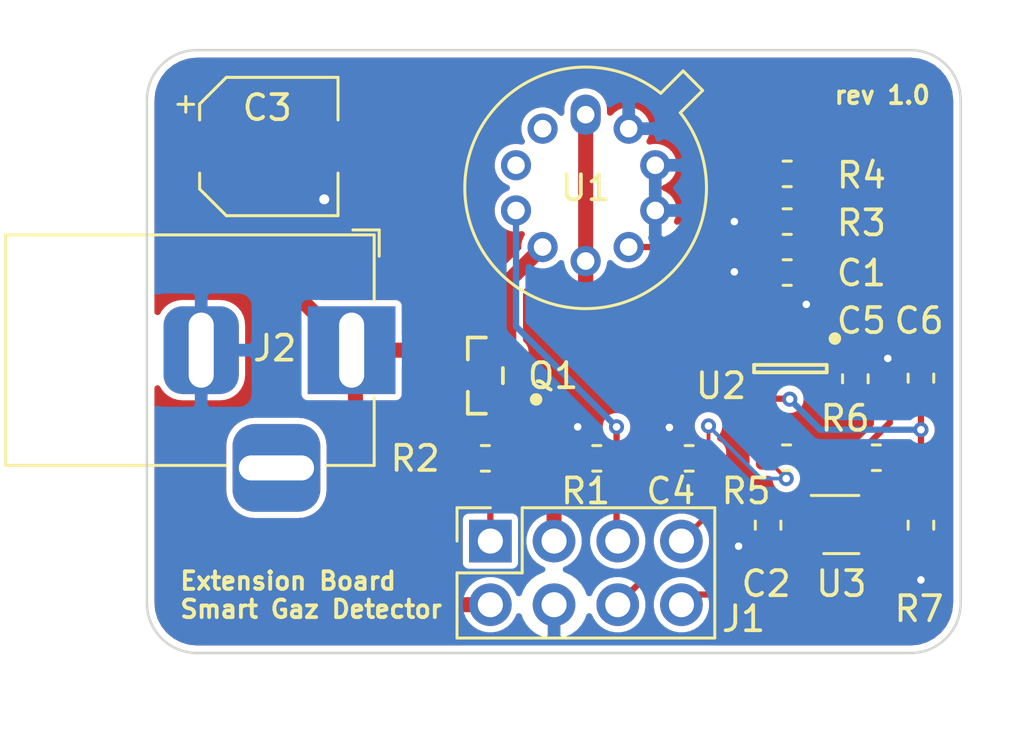
<source format=kicad_pcb>
(kicad_pcb (version 20171130) (host pcbnew "(5.1.6)-1")

  (general
    (thickness 1.6002)
    (drawings 10)
    (tracks 108)
    (zones 0)
    (modules 19)
    (nets 18)
  )

  (page A4)
  (layers
    (0 Front signal)
    (31 Back signal)
    (34 B.Paste user hide)
    (35 F.Paste user hide)
    (36 B.SilkS user)
    (37 F.SilkS user)
    (38 B.Mask user)
    (39 F.Mask user)
    (44 Edge.Cuts user)
    (45 Margin user)
    (46 B.CrtYd user)
    (47 F.CrtYd user)
    (49 F.Fab user)
  )

  (setup
    (last_trace_width 0.127)
    (user_trace_width 0.15)
    (user_trace_width 0.2)
    (user_trace_width 0.4)
    (user_trace_width 0.6)
    (trace_clearance 0.127)
    (zone_clearance 0.25)
    (zone_45_only no)
    (trace_min 0.127)
    (via_size 0.6)
    (via_drill 0.3)
    (via_min_size 0.6)
    (via_min_drill 0.3)
    (user_via 0.6 0.3)
    (user_via 0.9 0.4)
    (uvia_size 0.6858)
    (uvia_drill 0.3302)
    (uvias_allowed no)
    (uvia_min_size 0.2)
    (uvia_min_drill 0.1)
    (edge_width 0.0381)
    (segment_width 0.254)
    (pcb_text_width 0.3048)
    (pcb_text_size 1.524 1.524)
    (mod_edge_width 0.1524)
    (mod_text_size 0.8128 0.8128)
    (mod_text_width 0.1524)
    (pad_size 1.524 1.524)
    (pad_drill 0.762)
    (pad_to_mask_clearance 0)
    (solder_mask_min_width 0.12)
    (aux_axis_origin 0 0)
    (visible_elements 7FFFFFFF)
    (pcbplotparams
      (layerselection 0x010fc_ffffffff)
      (usegerberextensions false)
      (usegerberattributes true)
      (usegerberadvancedattributes true)
      (creategerberjobfile true)
      (excludeedgelayer true)
      (linewidth 0.100000)
      (plotframeref false)
      (viasonmask false)
      (mode 1)
      (useauxorigin false)
      (hpglpennumber 1)
      (hpglpenspeed 20)
      (hpglpendiameter 15.000000)
      (psnegative false)
      (psa4output false)
      (plotreference true)
      (plotvalue true)
      (plotinvisibletext false)
      (padsonsilk false)
      (subtractmaskfromsilk false)
      (outputformat 1)
      (mirror false)
      (drillshape 0)
      (scaleselection 1)
      (outputdirectory "docs/gerbers/"))
  )

  (net 0 "")
  (net 1 GND)
  (net 2 "Net-(C1-Pad1)")
  (net 3 +3V3)
  (net 4 +12V)
  (net 5 ADC0_Gaz)
  (net 6 aop_-)
  (net 7 aop_out)
  (net 8 I2C_SCL)
  (net 9 I2C_SDA)
  (net 10 PWM_PolySi)
  (net 11 ADC1_Temperature)
  (net 12 "Net-(Q1-Pad2)")
  (net 13 "Net-(Q1-Pad1)")
  (net 14 u_gaz)
  (net 15 "Net-(R6-Pad2)")
  (net 16 "Net-(U1-Pad2)")
  (net 17 "Net-(U1-Pad3)")

  (net_class Default "Ceci est la Netclass par défaut."
    (clearance 0.127)
    (trace_width 0.127)
    (via_dia 0.6)
    (via_drill 0.3)
    (uvia_dia 0.6858)
    (uvia_drill 0.3302)
    (diff_pair_width 0.1524)
    (diff_pair_gap 0.254)
    (add_net +3V3)
    (add_net ADC0_Gaz)
    (add_net ADC1_Temperature)
    (add_net GND)
    (add_net I2C_SCL)
    (add_net I2C_SDA)
    (add_net "Net-(C1-Pad1)")
    (add_net "Net-(Q1-Pad1)")
    (add_net "Net-(Q1-Pad2)")
    (add_net "Net-(R6-Pad2)")
    (add_net "Net-(U1-Pad2)")
    (add_net "Net-(U1-Pad3)")
    (add_net PWM_PolySi)
    (add_net aop_-)
    (add_net aop_out)
    (add_net u_gaz)
  )

  (net_class PWR ""
    (clearance 0.127)
    (trace_width 0.6)
    (via_dia 0.6)
    (via_drill 0.3)
    (uvia_dia 0.6858)
    (uvia_drill 0.3302)
    (diff_pair_width 0.1524)
    (diff_pair_gap 0.254)
    (add_net +12V)
  )

  (module Resistor_SMD:R_0603_1608Metric (layer Front) (tedit 5B301BBD) (tstamp 6002BA59)
    (at 63.5 66.294)
    (descr "Resistor SMD 0603 (1608 Metric), square (rectangular) end terminal, IPC_7351 nominal, (Body size source: http://www.tortai-tech.com/upload/download/2011102023233369053.pdf), generated with kicad-footprint-generator")
    (tags resistor)
    (path /6087E67F)
    (attr smd)
    (fp_text reference R2 (at -2.8 0.006) (layer F.SilkS)
      (effects (font (size 1 1) (thickness 0.15)))
    )
    (fp_text value 250 (at 0 1.43) (layer F.Fab)
      (effects (font (size 1 1) (thickness 0.15)))
    )
    (fp_line (start 1.48 0.73) (end -1.48 0.73) (layer F.CrtYd) (width 0.05))
    (fp_line (start 1.48 -0.73) (end 1.48 0.73) (layer F.CrtYd) (width 0.05))
    (fp_line (start -1.48 -0.73) (end 1.48 -0.73) (layer F.CrtYd) (width 0.05))
    (fp_line (start -1.48 0.73) (end -1.48 -0.73) (layer F.CrtYd) (width 0.05))
    (fp_line (start -0.162779 0.51) (end 0.162779 0.51) (layer F.SilkS) (width 0.12))
    (fp_line (start -0.162779 -0.51) (end 0.162779 -0.51) (layer F.SilkS) (width 0.12))
    (fp_line (start 0.8 0.4) (end -0.8 0.4) (layer F.Fab) (width 0.1))
    (fp_line (start 0.8 -0.4) (end 0.8 0.4) (layer F.Fab) (width 0.1))
    (fp_line (start -0.8 -0.4) (end 0.8 -0.4) (layer F.Fab) (width 0.1))
    (fp_line (start -0.8 0.4) (end -0.8 -0.4) (layer F.Fab) (width 0.1))
    (fp_text user %R (at 0 0) (layer F.Fab)
      (effects (font (size 0.4 0.4) (thickness 0.06)))
    )
    (pad 2 smd roundrect (at 0.7875 0) (size 0.875 0.95) (layers Front F.Paste F.Mask) (roundrect_rratio 0.25)
      (net 13 "Net-(Q1-Pad1)"))
    (pad 1 smd roundrect (at -0.7875 0) (size 0.875 0.95) (layers Front F.Paste F.Mask) (roundrect_rratio 0.25)
      (net 10 PWM_PolySi))
    (model ${KISYS3DMOD}/Resistor_SMD.3dshapes/R_0603_1608Metric.wrl
      (at (xyz 0 0 0))
      (scale (xyz 1 1 1))
      (rotate (xyz 0 0 0))
    )
  )

  (module Capacitor_SMD:C_0603_1608Metric (layer Front) (tedit 5B301BBE) (tstamp 600354F6)
    (at 74.7776 68.9611 90)
    (descr "Capacitor SMD 0603 (1608 Metric), square (rectangular) end terminal, IPC_7351 nominal, (Body size source: http://www.tortai-tech.com/upload/download/2011102023233369053.pdf), generated with kicad-footprint-generator")
    (tags capacitor)
    (path /5FCC41AA)
    (attr smd)
    (fp_text reference C2 (at -2.3389 -0.0776 180) (layer F.SilkS)
      (effects (font (size 1 1) (thickness 0.15)))
    )
    (fp_text value 100n (at 0 1.43 90) (layer F.Fab)
      (effects (font (size 1 1) (thickness 0.15)))
    )
    (fp_line (start 1.48 0.73) (end -1.48 0.73) (layer F.CrtYd) (width 0.05))
    (fp_line (start 1.48 -0.73) (end 1.48 0.73) (layer F.CrtYd) (width 0.05))
    (fp_line (start -1.48 -0.73) (end 1.48 -0.73) (layer F.CrtYd) (width 0.05))
    (fp_line (start -1.48 0.73) (end -1.48 -0.73) (layer F.CrtYd) (width 0.05))
    (fp_line (start -0.162779 0.51) (end 0.162779 0.51) (layer F.SilkS) (width 0.12))
    (fp_line (start -0.162779 -0.51) (end 0.162779 -0.51) (layer F.SilkS) (width 0.12))
    (fp_line (start 0.8 0.4) (end -0.8 0.4) (layer F.Fab) (width 0.1))
    (fp_line (start 0.8 -0.4) (end 0.8 0.4) (layer F.Fab) (width 0.1))
    (fp_line (start -0.8 -0.4) (end 0.8 -0.4) (layer F.Fab) (width 0.1))
    (fp_line (start -0.8 0.4) (end -0.8 -0.4) (layer F.Fab) (width 0.1))
    (fp_text user %R (at 0 0 90) (layer F.Fab)
      (effects (font (size 0.4 0.4) (thickness 0.06)))
    )
    (pad 2 smd roundrect (at 0.7875 0 90) (size 0.875 0.95) (layers Front F.Paste F.Mask) (roundrect_rratio 0.25)
      (net 3 +3V3))
    (pad 1 smd roundrect (at -0.7875 0 90) (size 0.875 0.95) (layers Front F.Paste F.Mask) (roundrect_rratio 0.25)
      (net 1 GND))
    (model ${KISYS3DMOD}/Capacitor_SMD.3dshapes/C_0603_1608Metric.wrl
      (at (xyz 0 0 0))
      (scale (xyz 1 1 1))
      (rotate (xyz 0 0 0))
    )
  )

  (module Capacitor_SMD:C_0603_1608Metric (layer Front) (tedit 5B301BBE) (tstamp 60035526)
    (at 75.5396 58.8772 180)
    (descr "Capacitor SMD 0603 (1608 Metric), square (rectangular) end terminal, IPC_7351 nominal, (Body size source: http://www.tortai-tech.com/upload/download/2011102023233369053.pdf), generated with kicad-footprint-generator")
    (tags capacitor)
    (path /5FBC8338)
    (attr smd)
    (fp_text reference C1 (at -2.9604 -0.0228) (layer F.SilkS)
      (effects (font (size 1 1) (thickness 0.15)))
    )
    (fp_text value 100n (at 3.683 0) (layer F.Fab)
      (effects (font (size 1 1) (thickness 0.15)))
    )
    (fp_line (start 1.48 0.73) (end -1.48 0.73) (layer F.CrtYd) (width 0.05))
    (fp_line (start 1.48 -0.73) (end 1.48 0.73) (layer F.CrtYd) (width 0.05))
    (fp_line (start -1.48 -0.73) (end 1.48 -0.73) (layer F.CrtYd) (width 0.05))
    (fp_line (start -1.48 0.73) (end -1.48 -0.73) (layer F.CrtYd) (width 0.05))
    (fp_line (start -0.162779 0.51) (end 0.162779 0.51) (layer F.SilkS) (width 0.12))
    (fp_line (start -0.162779 -0.51) (end 0.162779 -0.51) (layer F.SilkS) (width 0.12))
    (fp_line (start 0.8 0.4) (end -0.8 0.4) (layer F.Fab) (width 0.1))
    (fp_line (start 0.8 -0.4) (end 0.8 0.4) (layer F.Fab) (width 0.1))
    (fp_line (start -0.8 -0.4) (end 0.8 -0.4) (layer F.Fab) (width 0.1))
    (fp_line (start -0.8 0.4) (end -0.8 -0.4) (layer F.Fab) (width 0.1))
    (fp_text user %R (at 0 0) (layer F.Fab)
      (effects (font (size 0.4 0.4) (thickness 0.06)))
    )
    (pad 2 smd roundrect (at 0.7875 0 180) (size 0.875 0.95) (layers Front F.Paste F.Mask) (roundrect_rratio 0.25)
      (net 1 GND))
    (pad 1 smd roundrect (at -0.7875 0 180) (size 0.875 0.95) (layers Front F.Paste F.Mask) (roundrect_rratio 0.25)
      (net 2 "Net-(C1-Pad1)"))
    (model ${KISYS3DMOD}/Capacitor_SMD.3dshapes/C_0603_1608Metric.wrl
      (at (xyz 0 0 0))
      (scale (xyz 1 1 1))
      (rotate (xyz 0 0 0))
    )
  )

  (module Capacitor_SMD:CP_Elec_5x5.4 (layer Front) (tedit 5BCA39CF) (tstamp 6002B9AD)
    (at 54.864 53.848)
    (descr "SMD capacitor, aluminum electrolytic, Nichicon, 5.0x5.4mm")
    (tags "capacitor electrolytic")
    (path /607D0780)
    (attr smd)
    (fp_text reference C3 (at -0.064 -1.548) (layer F.SilkS)
      (effects (font (size 1 1) (thickness 0.15)))
    )
    (fp_text value 10µ (at 0 3.7) (layer F.Fab)
      (effects (font (size 1 1) (thickness 0.15)))
    )
    (fp_circle (center 0 0) (end 2.5 0) (layer F.Fab) (width 0.1))
    (fp_line (start 2.65 -2.65) (end 2.65 2.65) (layer F.Fab) (width 0.1))
    (fp_line (start -1.65 -2.65) (end 2.65 -2.65) (layer F.Fab) (width 0.1))
    (fp_line (start -1.65 2.65) (end 2.65 2.65) (layer F.Fab) (width 0.1))
    (fp_line (start -2.65 -1.65) (end -2.65 1.65) (layer F.Fab) (width 0.1))
    (fp_line (start -2.65 -1.65) (end -1.65 -2.65) (layer F.Fab) (width 0.1))
    (fp_line (start -2.65 1.65) (end -1.65 2.65) (layer F.Fab) (width 0.1))
    (fp_line (start -2.033956 -1.2) (end -1.533956 -1.2) (layer F.Fab) (width 0.1))
    (fp_line (start -1.783956 -1.45) (end -1.783956 -0.95) (layer F.Fab) (width 0.1))
    (fp_line (start 2.76 2.76) (end 2.76 1.06) (layer F.SilkS) (width 0.12))
    (fp_line (start 2.76 -2.76) (end 2.76 -1.06) (layer F.SilkS) (width 0.12))
    (fp_line (start -1.695563 -2.76) (end 2.76 -2.76) (layer F.SilkS) (width 0.12))
    (fp_line (start -1.695563 2.76) (end 2.76 2.76) (layer F.SilkS) (width 0.12))
    (fp_line (start -2.76 1.695563) (end -2.76 1.06) (layer F.SilkS) (width 0.12))
    (fp_line (start -2.76 -1.695563) (end -2.76 -1.06) (layer F.SilkS) (width 0.12))
    (fp_line (start -2.76 -1.695563) (end -1.695563 -2.76) (layer F.SilkS) (width 0.12))
    (fp_line (start -2.76 1.695563) (end -1.695563 2.76) (layer F.SilkS) (width 0.12))
    (fp_line (start -3.625 -1.685) (end -3 -1.685) (layer F.SilkS) (width 0.12))
    (fp_line (start -3.3125 -1.9975) (end -3.3125 -1.3725) (layer F.SilkS) (width 0.12))
    (fp_line (start 2.9 -2.9) (end 2.9 -1.05) (layer F.CrtYd) (width 0.05))
    (fp_line (start 2.9 -1.05) (end 3.95 -1.05) (layer F.CrtYd) (width 0.05))
    (fp_line (start 3.95 -1.05) (end 3.95 1.05) (layer F.CrtYd) (width 0.05))
    (fp_line (start 3.95 1.05) (end 2.9 1.05) (layer F.CrtYd) (width 0.05))
    (fp_line (start 2.9 1.05) (end 2.9 2.9) (layer F.CrtYd) (width 0.05))
    (fp_line (start -1.75 2.9) (end 2.9 2.9) (layer F.CrtYd) (width 0.05))
    (fp_line (start -1.75 -2.9) (end 2.9 -2.9) (layer F.CrtYd) (width 0.05))
    (fp_line (start -2.9 1.75) (end -1.75 2.9) (layer F.CrtYd) (width 0.05))
    (fp_line (start -2.9 -1.75) (end -1.75 -2.9) (layer F.CrtYd) (width 0.05))
    (fp_line (start -2.9 -1.75) (end -2.9 -1.05) (layer F.CrtYd) (width 0.05))
    (fp_line (start -2.9 1.05) (end -2.9 1.75) (layer F.CrtYd) (width 0.05))
    (fp_line (start -2.9 -1.05) (end -3.95 -1.05) (layer F.CrtYd) (width 0.05))
    (fp_line (start -3.95 -1.05) (end -3.95 1.05) (layer F.CrtYd) (width 0.05))
    (fp_line (start -3.95 1.05) (end -2.9 1.05) (layer F.CrtYd) (width 0.05))
    (fp_text user %R (at 0 0) (layer F.Fab)
      (effects (font (size 1 1) (thickness 0.15)))
    )
    (pad 1 smd roundrect (at -2.2 0) (size 3 1.6) (layers Front F.Paste F.Mask) (roundrect_rratio 0.15625)
      (net 4 +12V))
    (pad 2 smd roundrect (at 2.2 0) (size 3 1.6) (layers Front F.Paste F.Mask) (roundrect_rratio 0.15625)
      (net 1 GND))
    (model ${KISYS3DMOD}/Capacitor_SMD.3dshapes/CP_Elec_5x5.4.wrl
      (at (xyz 0 0 0))
      (scale (xyz 1 1 1))
      (rotate (xyz 0 0 0))
    )
  )

  (module Capacitor_SMD:C_0603_1608Metric (layer Front) (tedit 5B301BBE) (tstamp 6002F7EA)
    (at 71.628 66.294)
    (descr "Capacitor SMD 0603 (1608 Metric), square (rectangular) end terminal, IPC_7351 nominal, (Body size source: http://www.tortai-tech.com/upload/download/2011102023233369053.pdf), generated with kicad-footprint-generator")
    (tags capacitor)
    (path /5FBB8471)
    (attr smd)
    (fp_text reference C4 (at -0.728 1.306) (layer F.SilkS)
      (effects (font (size 1 1) (thickness 0.15)))
    )
    (fp_text value 100n (at 0 1.43) (layer F.Fab)
      (effects (font (size 1 1) (thickness 0.15)))
    )
    (fp_line (start -0.8 0.4) (end -0.8 -0.4) (layer F.Fab) (width 0.1))
    (fp_line (start -0.8 -0.4) (end 0.8 -0.4) (layer F.Fab) (width 0.1))
    (fp_line (start 0.8 -0.4) (end 0.8 0.4) (layer F.Fab) (width 0.1))
    (fp_line (start 0.8 0.4) (end -0.8 0.4) (layer F.Fab) (width 0.1))
    (fp_line (start -0.162779 -0.51) (end 0.162779 -0.51) (layer F.SilkS) (width 0.12))
    (fp_line (start -0.162779 0.51) (end 0.162779 0.51) (layer F.SilkS) (width 0.12))
    (fp_line (start -1.48 0.73) (end -1.48 -0.73) (layer F.CrtYd) (width 0.05))
    (fp_line (start -1.48 -0.73) (end 1.48 -0.73) (layer F.CrtYd) (width 0.05))
    (fp_line (start 1.48 -0.73) (end 1.48 0.73) (layer F.CrtYd) (width 0.05))
    (fp_line (start 1.48 0.73) (end -1.48 0.73) (layer F.CrtYd) (width 0.05))
    (fp_text user %R (at 0 0) (layer F.Fab)
      (effects (font (size 0.4 0.4) (thickness 0.06)))
    )
    (pad 1 smd roundrect (at -0.7875 0) (size 0.875 0.95) (layers Front F.Paste F.Mask) (roundrect_rratio 0.25)
      (net 1 GND))
    (pad 2 smd roundrect (at 0.7875 0) (size 0.875 0.95) (layers Front F.Paste F.Mask) (roundrect_rratio 0.25)
      (net 5 ADC0_Gaz))
    (model ${KISYS3DMOD}/Capacitor_SMD.3dshapes/C_0603_1608Metric.wrl
      (at (xyz 0 0 0))
      (scale (xyz 1 1 1))
      (rotate (xyz 0 0 0))
    )
  )

  (module Capacitor_SMD:C_0603_1608Metric (layer Front) (tedit 5B301BBE) (tstamp 600354C6)
    (at 78.2574 63.119 270)
    (descr "Capacitor SMD 0603 (1608 Metric), square (rectangular) end terminal, IPC_7351 nominal, (Body size source: http://www.tortai-tech.com/upload/download/2011102023233369053.pdf), generated with kicad-footprint-generator")
    (tags capacitor)
    (path /5FE4FE63)
    (attr smd)
    (fp_text reference C5 (at -2.319 -0.2426 180) (layer F.SilkS)
      (effects (font (size 1 1) (thickness 0.15)))
    )
    (fp_text value 100n (at 0 1.43 90) (layer F.Fab)
      (effects (font (size 1 1) (thickness 0.15)))
    )
    (fp_line (start -0.8 0.4) (end -0.8 -0.4) (layer F.Fab) (width 0.1))
    (fp_line (start -0.8 -0.4) (end 0.8 -0.4) (layer F.Fab) (width 0.1))
    (fp_line (start 0.8 -0.4) (end 0.8 0.4) (layer F.Fab) (width 0.1))
    (fp_line (start 0.8 0.4) (end -0.8 0.4) (layer F.Fab) (width 0.1))
    (fp_line (start -0.162779 -0.51) (end 0.162779 -0.51) (layer F.SilkS) (width 0.12))
    (fp_line (start -0.162779 0.51) (end 0.162779 0.51) (layer F.SilkS) (width 0.12))
    (fp_line (start -1.48 0.73) (end -1.48 -0.73) (layer F.CrtYd) (width 0.05))
    (fp_line (start -1.48 -0.73) (end 1.48 -0.73) (layer F.CrtYd) (width 0.05))
    (fp_line (start 1.48 -0.73) (end 1.48 0.73) (layer F.CrtYd) (width 0.05))
    (fp_line (start 1.48 0.73) (end -1.48 0.73) (layer F.CrtYd) (width 0.05))
    (fp_text user %R (at 0 0 90) (layer F.Fab)
      (effects (font (size 0.4 0.4) (thickness 0.06)))
    )
    (pad 1 smd roundrect (at -0.7875 0 270) (size 0.875 0.95) (layers Front F.Paste F.Mask) (roundrect_rratio 0.25)
      (net 1 GND))
    (pad 2 smd roundrect (at 0.7875 0 270) (size 0.875 0.95) (layers Front F.Paste F.Mask) (roundrect_rratio 0.25)
      (net 3 +3V3))
    (model ${KISYS3DMOD}/Capacitor_SMD.3dshapes/C_0603_1608Metric.wrl
      (at (xyz 0 0 0))
      (scale (xyz 1 1 1))
      (rotate (xyz 0 0 0))
    )
  )

  (module Capacitor_SMD:C_0603_1608Metric (layer Front) (tedit 5B301BBE) (tstamp 60035496)
    (at 80.8736 63.0936 90)
    (descr "Capacitor SMD 0603 (1608 Metric), square (rectangular) end terminal, IPC_7351 nominal, (Body size source: http://www.tortai-tech.com/upload/download/2011102023233369053.pdf), generated with kicad-footprint-generator")
    (tags capacitor)
    (path /5FBB25F6)
    (attr smd)
    (fp_text reference C6 (at 2.2936 -0.0736 180) (layer F.SilkS)
      (effects (font (size 1 1) (thickness 0.15)))
    )
    (fp_text value 1µ (at 0 1.43 90) (layer F.Fab)
      (effects (font (size 1 1) (thickness 0.15)))
    )
    (fp_line (start -0.8 0.4) (end -0.8 -0.4) (layer F.Fab) (width 0.1))
    (fp_line (start -0.8 -0.4) (end 0.8 -0.4) (layer F.Fab) (width 0.1))
    (fp_line (start 0.8 -0.4) (end 0.8 0.4) (layer F.Fab) (width 0.1))
    (fp_line (start 0.8 0.4) (end -0.8 0.4) (layer F.Fab) (width 0.1))
    (fp_line (start -0.162779 -0.51) (end 0.162779 -0.51) (layer F.SilkS) (width 0.12))
    (fp_line (start -0.162779 0.51) (end 0.162779 0.51) (layer F.SilkS) (width 0.12))
    (fp_line (start -1.48 0.73) (end -1.48 -0.73) (layer F.CrtYd) (width 0.05))
    (fp_line (start -1.48 -0.73) (end 1.48 -0.73) (layer F.CrtYd) (width 0.05))
    (fp_line (start 1.48 -0.73) (end 1.48 0.73) (layer F.CrtYd) (width 0.05))
    (fp_line (start 1.48 0.73) (end -1.48 0.73) (layer F.CrtYd) (width 0.05))
    (fp_text user %R (at 0 0 90) (layer F.Fab)
      (effects (font (size 0.4 0.4) (thickness 0.06)))
    )
    (pad 1 smd roundrect (at -0.7875 0 90) (size 0.875 0.95) (layers Front F.Paste F.Mask) (roundrect_rratio 0.25)
      (net 6 aop_-))
    (pad 2 smd roundrect (at 0.7875 0 90) (size 0.875 0.95) (layers Front F.Paste F.Mask) (roundrect_rratio 0.25)
      (net 7 aop_out))
    (model ${KISYS3DMOD}/Capacitor_SMD.3dshapes/C_0603_1608Metric.wrl
      (at (xyz 0 0 0))
      (scale (xyz 1 1 1))
      (rotate (xyz 0 0 0))
    )
  )

  (module Connector_PinSocket_2.54mm:PinSocket_2x04_P2.54mm_Vertical (layer Front) (tedit 5A19A422) (tstamp 600301CE)
    (at 63.7 69.596 90)
    (descr "Through hole straight socket strip, 2x04, 2.54mm pitch, double cols (from Kicad 4.0.7), script generated")
    (tags "Through hole socket strip THT 2x04 2.54mm double row")
    (path /608934C4)
    (fp_text reference J1 (at -3.104 10.1 180) (layer F.SilkS)
      (effects (font (size 1 1) (thickness 0.15)))
    )
    (fp_text value Conn_Extension (at -1.778 9.198 90) (layer F.Fab)
      (effects (font (size 1 1) (thickness 0.15)))
    )
    (fp_line (start -3.81 -1.27) (end 0.27 -1.27) (layer F.Fab) (width 0.1))
    (fp_line (start 0.27 -1.27) (end 1.27 -0.27) (layer F.Fab) (width 0.1))
    (fp_line (start 1.27 -0.27) (end 1.27 8.89) (layer F.Fab) (width 0.1))
    (fp_line (start 1.27 8.89) (end -3.81 8.89) (layer F.Fab) (width 0.1))
    (fp_line (start -3.81 8.89) (end -3.81 -1.27) (layer F.Fab) (width 0.1))
    (fp_line (start -3.87 -1.33) (end -1.27 -1.33) (layer F.SilkS) (width 0.12))
    (fp_line (start -3.87 -1.33) (end -3.87 8.95) (layer F.SilkS) (width 0.12))
    (fp_line (start -3.87 8.95) (end 1.33 8.95) (layer F.SilkS) (width 0.12))
    (fp_line (start 1.33 1.27) (end 1.33 8.95) (layer F.SilkS) (width 0.12))
    (fp_line (start -1.27 1.27) (end 1.33 1.27) (layer F.SilkS) (width 0.12))
    (fp_line (start -1.27 -1.33) (end -1.27 1.27) (layer F.SilkS) (width 0.12))
    (fp_line (start 1.33 -1.33) (end 1.33 0) (layer F.SilkS) (width 0.12))
    (fp_line (start 0 -1.33) (end 1.33 -1.33) (layer F.SilkS) (width 0.12))
    (fp_line (start -4.34 -1.8) (end 1.76 -1.8) (layer F.CrtYd) (width 0.05))
    (fp_line (start 1.76 -1.8) (end 1.76 9.4) (layer F.CrtYd) (width 0.05))
    (fp_line (start 1.76 9.4) (end -4.34 9.4) (layer F.CrtYd) (width 0.05))
    (fp_line (start -4.34 9.4) (end -4.34 -1.8) (layer F.CrtYd) (width 0.05))
    (fp_text user %R (at -1.27 3.81) (layer F.Fab)
      (effects (font (size 1 1) (thickness 0.15)))
    )
    (pad 1 thru_hole rect (at 0 0 90) (size 1.7 1.7) (drill 1) (layers *.Cu *.Mask)
      (net 10 PWM_PolySi))
    (pad 2 thru_hole oval (at -2.54 0 90) (size 1.7 1.7) (drill 1) (layers *.Cu *.Mask)
      (net 4 +12V))
    (pad 3 thru_hole oval (at 0 2.54 90) (size 1.7 1.7) (drill 1) (layers *.Cu *.Mask)
      (net 3 +3V3))
    (pad 4 thru_hole oval (at -2.54 2.54 90) (size 1.7 1.7) (drill 1) (layers *.Cu *.Mask)
      (net 1 GND))
    (pad 5 thru_hole oval (at 0 5.08 90) (size 1.7 1.7) (drill 1) (layers *.Cu *.Mask)
      (net 11 ADC1_Temperature))
    (pad 6 thru_hole oval (at -2.54 5.08 90) (size 1.7 1.7) (drill 1) (layers *.Cu *.Mask)
      (net 8 I2C_SCL))
    (pad 7 thru_hole oval (at 0 7.62 90) (size 1.7 1.7) (drill 1) (layers *.Cu *.Mask)
      (net 5 ADC0_Gaz))
    (pad 8 thru_hole oval (at -2.54 7.62 90) (size 1.7 1.7) (drill 1) (layers *.Cu *.Mask)
      (net 9 I2C_SDA))
    (model ${KISYS3DMOD}/Connector_PinSocket_2.54mm.3dshapes/PinSocket_2x04_P2.54mm_Vertical.wrl
      (at (xyz 0 0 0))
      (scale (xyz 1 1 1))
      (rotate (xyz 0 0 0))
    )
  )

  (module Connector_BarrelJack:BarrelJack_Horizontal (layer Front) (tedit 5A1DBF6A) (tstamp 6003038F)
    (at 58.166 61.976)
    (descr "DC Barrel Jack")
    (tags "Power Jack")
    (path /607695B5)
    (fp_text reference J2 (at -3.066 -0.076) (layer F.SilkS)
      (effects (font (size 1 1) (thickness 0.15)))
    )
    (fp_text value Jack-DC (at -6.2 -5.5) (layer F.Fab)
      (effects (font (size 1 1) (thickness 0.15)))
    )
    (fp_line (start -0.003213 -4.505425) (end 0.8 -3.75) (layer F.Fab) (width 0.1))
    (fp_line (start 1.1 -3.75) (end 1.1 -4.8) (layer F.SilkS) (width 0.12))
    (fp_line (start 0.05 -4.8) (end 1.1 -4.8) (layer F.SilkS) (width 0.12))
    (fp_line (start 1 -4.5) (end 1 -4.75) (layer F.CrtYd) (width 0.05))
    (fp_line (start 1 -4.75) (end -14 -4.75) (layer F.CrtYd) (width 0.05))
    (fp_line (start 1 -4.5) (end 1 -2) (layer F.CrtYd) (width 0.05))
    (fp_line (start 1 -2) (end 2 -2) (layer F.CrtYd) (width 0.05))
    (fp_line (start 2 -2) (end 2 2) (layer F.CrtYd) (width 0.05))
    (fp_line (start 2 2) (end 1 2) (layer F.CrtYd) (width 0.05))
    (fp_line (start 1 2) (end 1 4.75) (layer F.CrtYd) (width 0.05))
    (fp_line (start 1 4.75) (end -1 4.75) (layer F.CrtYd) (width 0.05))
    (fp_line (start -1 4.75) (end -1 6.75) (layer F.CrtYd) (width 0.05))
    (fp_line (start -1 6.75) (end -5 6.75) (layer F.CrtYd) (width 0.05))
    (fp_line (start -5 6.75) (end -5 4.75) (layer F.CrtYd) (width 0.05))
    (fp_line (start -5 4.75) (end -14 4.75) (layer F.CrtYd) (width 0.05))
    (fp_line (start -14 4.75) (end -14 -4.75) (layer F.CrtYd) (width 0.05))
    (fp_line (start -5 4.6) (end -13.8 4.6) (layer F.SilkS) (width 0.12))
    (fp_line (start -13.8 4.6) (end -13.8 -4.6) (layer F.SilkS) (width 0.12))
    (fp_line (start 0.9 1.9) (end 0.9 4.6) (layer F.SilkS) (width 0.12))
    (fp_line (start 0.9 4.6) (end -1 4.6) (layer F.SilkS) (width 0.12))
    (fp_line (start -13.8 -4.6) (end 0.9 -4.6) (layer F.SilkS) (width 0.12))
    (fp_line (start 0.9 -4.6) (end 0.9 -2) (layer F.SilkS) (width 0.12))
    (fp_line (start -10.2 -4.5) (end -10.2 4.5) (layer F.Fab) (width 0.1))
    (fp_line (start -13.7 -4.5) (end -13.7 4.5) (layer F.Fab) (width 0.1))
    (fp_line (start -13.7 4.5) (end 0.8 4.5) (layer F.Fab) (width 0.1))
    (fp_line (start 0.8 4.5) (end 0.8 -3.75) (layer F.Fab) (width 0.1))
    (fp_line (start 0 -4.5) (end -13.7 -4.5) (layer F.Fab) (width 0.1))
    (fp_text user %R (at -3 -2.95) (layer F.Fab)
      (effects (font (size 1 1) (thickness 0.15)))
    )
    (pad 1 thru_hole rect (at 0 0) (size 3.5 3.5) (drill oval 1 3) (layers *.Cu *.Mask)
      (net 4 +12V))
    (pad 2 thru_hole roundrect (at -6 0) (size 3 3.5) (drill oval 1 3) (layers *.Cu *.Mask) (roundrect_rratio 0.25)
      (net 1 GND))
    (pad 3 thru_hole roundrect (at -3 4.7) (size 3.5 3.5) (drill oval 3 1) (layers *.Cu *.Mask) (roundrect_rratio 0.25))
    (model ${KISYS3DMOD}/Connector_BarrelJack.3dshapes/BarrelJack_Horizontal.wrl
      (at (xyz 0 0 0))
      (scale (xyz 1 1 1))
      (rotate (xyz 0 0 0))
    )
    (model ${KISYS3DMOD}/Connector_BarrelJack.3dshapes/BarrelJack_CUI_PJ-063BH_Horizontal.wrl
      (at (xyz 0 0 0))
      (scale (xyz 1 1 1))
      (rotate (xyz 0 0 90))
    )
  )

  (module project_footprint:ON_Semi-527AG-01-12_2008-O-0 (layer Front) (tedit 5EF13C34) (tstamp 6002BA37)
    (at 63.5 62.992 180)
    (path /60829805)
    (fp_text reference Q1 (at -3.8 -0.008) (layer F.SilkS)
      (effects (font (size 1 1) (thickness 0.15)) (justify right))
    )
    (fp_text value FDN327N (at 0 0) (layer F.SilkS) hide
      (effects (font (size 1.27 1.27) (thickness 0.15)))
    )
    (fp_line (start -0.7 1.52) (end -0.7 -1.52) (layer F.Fab) (width 0.15))
    (fp_line (start -0.7 -1.52) (end 0.7 -1.52) (layer F.Fab) (width 0.15))
    (fp_line (start 0.7 -1.52) (end 0.7 1.52) (layer F.Fab) (width 0.15))
    (fp_line (start 0.7 1.52) (end -0.7 1.52) (layer F.Fab) (width 0.15))
    (fp_line (start -0.022695 -1.52) (end 0.7 -1.52) (layer F.SilkS) (width 0.15))
    (fp_line (start 0.7 1.52) (end 0.7 0.643993) (layer F.SilkS) (width 0.15))
    (fp_line (start 0.7 -0.643993) (end 0.7 -1.52) (layer F.SilkS) (width 0.15))
    (fp_line (start -0.022695 1.52) (end 0.7 1.52) (layer F.SilkS) (width 0.15))
    (fp_line (start -0.7 0.306007) (end -0.7 -0.306007) (layer F.SilkS) (width 0.15))
    (fp_line (start 1.497305 -1.545) (end 1.497305 -1.545) (layer F.CrtYd) (width 0.15))
    (fp_line (start 1.497305 -1.545) (end -1.497303 -1.545) (layer F.CrtYd) (width 0.15))
    (fp_line (start -1.497303 -1.545) (end -1.497303 1.545) (layer F.CrtYd) (width 0.15))
    (fp_line (start -1.497303 1.545) (end 1.497305 1.545) (layer F.CrtYd) (width 0.15))
    (fp_line (start 1.497305 1.545) (end 1.497305 -1.545) (layer F.CrtYd) (width 0.15))
    (fp_circle (center -2.025 -0.95) (end -1.9 -0.95) (layer F.SilkS) (width 0.25))
    (pad 3 smd roundrect (at 0.935001 0 180) (size 1.074609 0.537986) (layers Front F.Paste F.Mask) (roundrect_rratio 0.5)
      (net 4 +12V))
    (pad 2 smd roundrect (at -0.935 0.95 180) (size 1.074609 0.537986) (layers Front F.Paste F.Mask) (roundrect_rratio 0.5)
      (net 12 "Net-(Q1-Pad2)"))
    (pad 1 smd rect (at -0.935 -0.95 180) (size 1.074609 0.537986) (layers Front F.Paste F.Mask)
      (net 13 "Net-(Q1-Pad1)"))
    (model eec.models/ON_Semi_-_FDN327N.step
      (at (xyz 0 0 0))
      (scale (xyz 1 1 1))
      (rotate (xyz 0 0 0))
    )
    (model ${KISYS3DMOD}/Package_TO_SOT_SMD.3dshapes/SuperSOT-3.step
      (at (xyz 0 0 0))
      (scale (xyz 1 1 1))
      (rotate (xyz 0 0 0))
    )
  )

  (module Resistor_SMD:R_0603_1608Metric (layer Front) (tedit 5B301BBD) (tstamp 6002F928)
    (at 67.945 66.294)
    (descr "Resistor SMD 0603 (1608 Metric), square (rectangular) end terminal, IPC_7351 nominal, (Body size source: http://www.tortai-tech.com/upload/download/2011102023233369053.pdf), generated with kicad-footprint-generator")
    (tags resistor)
    (path /5FBC54BD)
    (attr smd)
    (fp_text reference R1 (at -0.445 1.306) (layer F.SilkS)
      (effects (font (size 1 1) (thickness 0.15)))
    )
    (fp_text value 10k (at 0 1.43) (layer F.Fab)
      (effects (font (size 1 1) (thickness 0.15)))
    )
    (fp_line (start -0.8 0.4) (end -0.8 -0.4) (layer F.Fab) (width 0.1))
    (fp_line (start -0.8 -0.4) (end 0.8 -0.4) (layer F.Fab) (width 0.1))
    (fp_line (start 0.8 -0.4) (end 0.8 0.4) (layer F.Fab) (width 0.1))
    (fp_line (start 0.8 0.4) (end -0.8 0.4) (layer F.Fab) (width 0.1))
    (fp_line (start -0.162779 -0.51) (end 0.162779 -0.51) (layer F.SilkS) (width 0.12))
    (fp_line (start -0.162779 0.51) (end 0.162779 0.51) (layer F.SilkS) (width 0.12))
    (fp_line (start -1.48 0.73) (end -1.48 -0.73) (layer F.CrtYd) (width 0.05))
    (fp_line (start -1.48 -0.73) (end 1.48 -0.73) (layer F.CrtYd) (width 0.05))
    (fp_line (start 1.48 -0.73) (end 1.48 0.73) (layer F.CrtYd) (width 0.05))
    (fp_line (start 1.48 0.73) (end -1.48 0.73) (layer F.CrtYd) (width 0.05))
    (fp_text user %R (at 0 0) (layer F.Fab)
      (effects (font (size 0.4 0.4) (thickness 0.06)))
    )
    (pad 1 smd roundrect (at -0.7875 0) (size 0.875 0.95) (layers Front F.Paste F.Mask) (roundrect_rratio 0.25)
      (net 1 GND))
    (pad 2 smd roundrect (at 0.7875 0) (size 0.875 0.95) (layers Front F.Paste F.Mask) (roundrect_rratio 0.25)
      (net 11 ADC1_Temperature))
    (model ${KISYS3DMOD}/Resistor_SMD.3dshapes/R_0603_1608Metric.wrl
      (at (xyz 0 0 0))
      (scale (xyz 1 1 1))
      (rotate (xyz 0 0 0))
    )
  )

  (module Resistor_SMD:R_0603_1608Metric (layer Front) (tedit 5B301BBD) (tstamp 60035466)
    (at 75.5396 54.9402 180)
    (descr "Resistor SMD 0603 (1608 Metric), square (rectangular) end terminal, IPC_7351 nominal, (Body size source: http://www.tortai-tech.com/upload/download/2011102023233369053.pdf), generated with kicad-footprint-generator")
    (tags resistor)
    (path /5FBC7787)
    (attr smd)
    (fp_text reference R3 (at -2.9604 -1.9598) (layer F.SilkS)
      (effects (font (size 1 1) (thickness 0.15)))
    )
    (fp_text value 10k (at 0 1.43) (layer F.Fab)
      (effects (font (size 1 1) (thickness 0.15)))
    )
    (fp_line (start -0.8 0.4) (end -0.8 -0.4) (layer F.Fab) (width 0.1))
    (fp_line (start -0.8 -0.4) (end 0.8 -0.4) (layer F.Fab) (width 0.1))
    (fp_line (start 0.8 -0.4) (end 0.8 0.4) (layer F.Fab) (width 0.1))
    (fp_line (start 0.8 0.4) (end -0.8 0.4) (layer F.Fab) (width 0.1))
    (fp_line (start -0.162779 -0.51) (end 0.162779 -0.51) (layer F.SilkS) (width 0.12))
    (fp_line (start -0.162779 0.51) (end 0.162779 0.51) (layer F.SilkS) (width 0.12))
    (fp_line (start -1.48 0.73) (end -1.48 -0.73) (layer F.CrtYd) (width 0.05))
    (fp_line (start -1.48 -0.73) (end 1.48 -0.73) (layer F.CrtYd) (width 0.05))
    (fp_line (start 1.48 -0.73) (end 1.48 0.73) (layer F.CrtYd) (width 0.05))
    (fp_line (start 1.48 0.73) (end -1.48 0.73) (layer F.CrtYd) (width 0.05))
    (fp_text user %R (at 0 0) (layer F.Fab)
      (effects (font (size 0.4 0.4) (thickness 0.06)))
    )
    (pad 1 smd roundrect (at -0.7875 0 180) (size 0.875 0.95) (layers Front F.Paste F.Mask) (roundrect_rratio 0.25)
      (net 2 "Net-(C1-Pad1)"))
    (pad 2 smd roundrect (at 0.7875 0 180) (size 0.875 0.95) (layers Front F.Paste F.Mask) (roundrect_rratio 0.25)
      (net 14 u_gaz))
    (model ${KISYS3DMOD}/Resistor_SMD.3dshapes/R_0603_1608Metric.wrl
      (at (xyz 0 0 0))
      (scale (xyz 1 1 1))
      (rotate (xyz 0 0 0))
    )
  )

  (module Resistor_SMD:R_0603_1608Metric (layer Front) (tedit 5B301BBD) (tstamp 60035325)
    (at 75.5396 56.8452)
    (descr "Resistor SMD 0603 (1608 Metric), square (rectangular) end terminal, IPC_7351 nominal, (Body size source: http://www.tortai-tech.com/upload/download/2011102023233369053.pdf), generated with kicad-footprint-generator")
    (tags resistor)
    (path /5FBC6AC6)
    (attr smd)
    (fp_text reference R4 (at 2.9604 -1.8452) (layer F.SilkS)
      (effects (font (size 1 1) (thickness 0.15)))
    )
    (fp_text value 100k (at -3.6575 -0.127) (layer F.Fab)
      (effects (font (size 1 1) (thickness 0.15)))
    )
    (fp_line (start -0.8 0.4) (end -0.8 -0.4) (layer F.Fab) (width 0.1))
    (fp_line (start -0.8 -0.4) (end 0.8 -0.4) (layer F.Fab) (width 0.1))
    (fp_line (start 0.8 -0.4) (end 0.8 0.4) (layer F.Fab) (width 0.1))
    (fp_line (start 0.8 0.4) (end -0.8 0.4) (layer F.Fab) (width 0.1))
    (fp_line (start -0.162779 -0.51) (end 0.162779 -0.51) (layer F.SilkS) (width 0.12))
    (fp_line (start -0.162779 0.51) (end 0.162779 0.51) (layer F.SilkS) (width 0.12))
    (fp_line (start -1.48 0.73) (end -1.48 -0.73) (layer F.CrtYd) (width 0.05))
    (fp_line (start -1.48 -0.73) (end 1.48 -0.73) (layer F.CrtYd) (width 0.05))
    (fp_line (start 1.48 -0.73) (end 1.48 0.73) (layer F.CrtYd) (width 0.05))
    (fp_line (start 1.48 0.73) (end -1.48 0.73) (layer F.CrtYd) (width 0.05))
    (fp_text user %R (at 0 0) (layer F.Fab)
      (effects (font (size 0.4 0.4) (thickness 0.06)))
    )
    (pad 1 smd roundrect (at -0.7875 0) (size 0.875 0.95) (layers Front F.Paste F.Mask) (roundrect_rratio 0.25)
      (net 1 GND))
    (pad 2 smd roundrect (at 0.7875 0) (size 0.875 0.95) (layers Front F.Paste F.Mask) (roundrect_rratio 0.25)
      (net 2 "Net-(C1-Pad1)"))
    (model ${KISYS3DMOD}/Resistor_SMD.3dshapes/R_0603_1608Metric.wrl
      (at (xyz 0 0 0))
      (scale (xyz 1 1 1))
      (rotate (xyz 0 0 0))
    )
  )

  (module Resistor_SMD:R_0603_1608Metric (layer Front) (tedit 5B301BBD) (tstamp 60035385)
    (at 75.5141 66.2686 180)
    (descr "Resistor SMD 0603 (1608 Metric), square (rectangular) end terminal, IPC_7351 nominal, (Body size source: http://www.tortai-tech.com/upload/download/2011102023233369053.pdf), generated with kicad-footprint-generator")
    (tags resistor)
    (path /5FBB7E77)
    (attr smd)
    (fp_text reference R5 (at 1.6141 -1.3314) (layer F.SilkS)
      (effects (font (size 1 1) (thickness 0.15)))
    )
    (fp_text value 1k (at 0 1.43) (layer F.Fab)
      (effects (font (size 1 1) (thickness 0.15)))
    )
    (fp_line (start 1.48 0.73) (end -1.48 0.73) (layer F.CrtYd) (width 0.05))
    (fp_line (start 1.48 -0.73) (end 1.48 0.73) (layer F.CrtYd) (width 0.05))
    (fp_line (start -1.48 -0.73) (end 1.48 -0.73) (layer F.CrtYd) (width 0.05))
    (fp_line (start -1.48 0.73) (end -1.48 -0.73) (layer F.CrtYd) (width 0.05))
    (fp_line (start -0.162779 0.51) (end 0.162779 0.51) (layer F.SilkS) (width 0.12))
    (fp_line (start -0.162779 -0.51) (end 0.162779 -0.51) (layer F.SilkS) (width 0.12))
    (fp_line (start 0.8 0.4) (end -0.8 0.4) (layer F.Fab) (width 0.1))
    (fp_line (start 0.8 -0.4) (end 0.8 0.4) (layer F.Fab) (width 0.1))
    (fp_line (start -0.8 -0.4) (end 0.8 -0.4) (layer F.Fab) (width 0.1))
    (fp_line (start -0.8 0.4) (end -0.8 -0.4) (layer F.Fab) (width 0.1))
    (fp_text user %R (at 0 0) (layer F.Fab)
      (effects (font (size 0.4 0.4) (thickness 0.06)))
    )
    (pad 2 smd roundrect (at 0.7875 0 180) (size 0.875 0.95) (layers Front F.Paste F.Mask) (roundrect_rratio 0.25)
      (net 5 ADC0_Gaz))
    (pad 1 smd roundrect (at -0.7875 0 180) (size 0.875 0.95) (layers Front F.Paste F.Mask) (roundrect_rratio 0.25)
      (net 7 aop_out))
    (model ${KISYS3DMOD}/Resistor_SMD.3dshapes/R_0603_1608Metric.wrl
      (at (xyz 0 0 0))
      (scale (xyz 1 1 1))
      (rotate (xyz 0 0 0))
    )
  )

  (module Resistor_SMD:R_0603_1608Metric (layer Front) (tedit 5B301BBD) (tstamp 60035355)
    (at 79.0956 66.2686)
    (descr "Resistor SMD 0603 (1608 Metric), square (rectangular) end terminal, IPC_7351 nominal, (Body size source: http://www.tortai-tech.com/upload/download/2011102023233369053.pdf), generated with kicad-footprint-generator")
    (tags resistor)
    (path /5FD5600D)
    (attr smd)
    (fp_text reference R6 (at -1.2456 -1.5686) (layer F.SilkS)
      (effects (font (size 1 1) (thickness 0.15)))
    )
    (fp_text value 50k (at 0 1.43) (layer F.Fab)
      (effects (font (size 1 1) (thickness 0.15)))
    )
    (fp_line (start 1.48 0.73) (end -1.48 0.73) (layer F.CrtYd) (width 0.05))
    (fp_line (start 1.48 -0.73) (end 1.48 0.73) (layer F.CrtYd) (width 0.05))
    (fp_line (start -1.48 -0.73) (end 1.48 -0.73) (layer F.CrtYd) (width 0.05))
    (fp_line (start -1.48 0.73) (end -1.48 -0.73) (layer F.CrtYd) (width 0.05))
    (fp_line (start -0.162779 0.51) (end 0.162779 0.51) (layer F.SilkS) (width 0.12))
    (fp_line (start -0.162779 -0.51) (end 0.162779 -0.51) (layer F.SilkS) (width 0.12))
    (fp_line (start 0.8 0.4) (end -0.8 0.4) (layer F.Fab) (width 0.1))
    (fp_line (start 0.8 -0.4) (end 0.8 0.4) (layer F.Fab) (width 0.1))
    (fp_line (start -0.8 -0.4) (end 0.8 -0.4) (layer F.Fab) (width 0.1))
    (fp_line (start -0.8 0.4) (end -0.8 -0.4) (layer F.Fab) (width 0.1))
    (fp_text user %R (at 0 0) (layer F.Fab)
      (effects (font (size 0.4 0.4) (thickness 0.06)))
    )
    (pad 2 smd roundrect (at 0.7875 0) (size 0.875 0.95) (layers Front F.Paste F.Mask) (roundrect_rratio 0.25)
      (net 15 "Net-(R6-Pad2)"))
    (pad 1 smd roundrect (at -0.7875 0) (size 0.875 0.95) (layers Front F.Paste F.Mask) (roundrect_rratio 0.25)
      (net 7 aop_out))
    (model ${KISYS3DMOD}/Resistor_SMD.3dshapes/R_0603_1608Metric.wrl
      (at (xyz 0 0 0))
      (scale (xyz 1 1 1))
      (rotate (xyz 0 0 0))
    )
  )

  (module Resistor_SMD:R_0603_1608Metric (layer Front) (tedit 5B301BBD) (tstamp 600353F7)
    (at 80.8736 68.9611 90)
    (descr "Resistor SMD 0603 (1608 Metric), square (rectangular) end terminal, IPC_7351 nominal, (Body size source: http://www.tortai-tech.com/upload/download/2011102023233369053.pdf), generated with kicad-footprint-generator")
    (tags resistor)
    (path /5FBB5E8C)
    (attr smd)
    (fp_text reference R7 (at -3.3389 -0.0736 180) (layer F.SilkS)
      (effects (font (size 1 1) (thickness 0.15)))
    )
    (fp_text value 1k (at 0 1.43 90) (layer F.Fab)
      (effects (font (size 1 1) (thickness 0.15)))
    )
    (fp_line (start -0.8 0.4) (end -0.8 -0.4) (layer F.Fab) (width 0.1))
    (fp_line (start -0.8 -0.4) (end 0.8 -0.4) (layer F.Fab) (width 0.1))
    (fp_line (start 0.8 -0.4) (end 0.8 0.4) (layer F.Fab) (width 0.1))
    (fp_line (start 0.8 0.4) (end -0.8 0.4) (layer F.Fab) (width 0.1))
    (fp_line (start -0.162779 -0.51) (end 0.162779 -0.51) (layer F.SilkS) (width 0.12))
    (fp_line (start -0.162779 0.51) (end 0.162779 0.51) (layer F.SilkS) (width 0.12))
    (fp_line (start -1.48 0.73) (end -1.48 -0.73) (layer F.CrtYd) (width 0.05))
    (fp_line (start -1.48 -0.73) (end 1.48 -0.73) (layer F.CrtYd) (width 0.05))
    (fp_line (start 1.48 -0.73) (end 1.48 0.73) (layer F.CrtYd) (width 0.05))
    (fp_line (start 1.48 0.73) (end -1.48 0.73) (layer F.CrtYd) (width 0.05))
    (fp_text user %R (at 0 0 90) (layer F.Fab)
      (effects (font (size 0.4 0.4) (thickness 0.06)))
    )
    (pad 1 smd roundrect (at -0.7875 0 90) (size 0.875 0.95) (layers Front F.Paste F.Mask) (roundrect_rratio 0.25)
      (net 1 GND))
    (pad 2 smd roundrect (at 0.7875 0 90) (size 0.875 0.95) (layers Front F.Paste F.Mask) (roundrect_rratio 0.25)
      (net 6 aop_-))
    (model ${KISYS3DMOD}/Resistor_SMD.3dshapes/R_0603_1608Metric.wrl
      (at (xyz 0 0 0))
      (scale (xyz 1 1 1))
      (rotate (xyz 0 0 0))
    )
  )

  (module Package_TO_SOT_THT:TO-5-10_Window (layer Front) (tedit 5A02FF81) (tstamp 60030C75)
    (at 67.5 52.578 270)
    (descr "TO-5-10_Window, Window")
    (tags "TO-5-10_Window Window")
    (path /5FBCA142)
    (fp_text reference U1 (at 2.92 0 180) (layer F.SilkS)
      (effects (font (size 1 1) (thickness 0.15)))
    )
    (fp_text value aime_gaz_sensor (at 2.92 5.82 90) (layer F.Fab)
      (effects (font (size 1 1) (thickness 0.15)))
    )
    (fp_line (start -0.085408 -3.61352) (end -0.89151 -4.419621) (layer F.Fab) (width 0.1))
    (fp_line (start -0.89151 -4.419621) (end -1.499621 -3.81151) (layer F.Fab) (width 0.1))
    (fp_line (start -1.499621 -3.81151) (end -0.69352 -3.005408) (layer F.Fab) (width 0.1))
    (fp_line (start 4.244 -2.637) (end 5.557 -1.324) (layer F.Fab) (width 0.1))
    (fp_line (start 3.405 -2.911) (end 5.831 -0.485) (layer F.Fab) (width 0.1))
    (fp_line (start 2.8 -2.948) (end 5.868 0.12) (layer F.Fab) (width 0.1))
    (fp_line (start 2.298 -2.884) (end 5.804 0.622) (layer F.Fab) (width 0.1))
    (fp_line (start 1.862 -2.755) (end 5.675 1.058) (layer F.Fab) (width 0.1))
    (fp_line (start 1.477 -2.574) (end 5.494 1.443) (layer F.Fab) (width 0.1))
    (fp_line (start 1.136 -2.35) (end 5.27 1.784) (layer F.Fab) (width 0.1))
    (fp_line (start 0.834 -2.086) (end 5.006 2.086) (layer F.Fab) (width 0.1))
    (fp_line (start 0.57 -1.784) (end 4.704 2.35) (layer F.Fab) (width 0.1))
    (fp_line (start 0.346 -1.443) (end 4.363 2.574) (layer F.Fab) (width 0.1))
    (fp_line (start 0.165 -1.058) (end 3.978 2.755) (layer F.Fab) (width 0.1))
    (fp_line (start 0.036 -0.622) (end 3.542 2.884) (layer F.Fab) (width 0.1))
    (fp_line (start -0.028 -0.12) (end 3.04 2.948) (layer F.Fab) (width 0.1))
    (fp_line (start 0.009 0.485) (end 2.435 2.911) (layer F.Fab) (width 0.1))
    (fp_line (start 0.283 1.324) (end 1.596 2.637) (layer F.Fab) (width 0.1))
    (fp_line (start -0.077084 -3.774902) (end -0.968039 -4.665856) (layer F.SilkS) (width 0.12))
    (fp_line (start -0.968039 -4.665856) (end -1.745856 -3.888039) (layer F.SilkS) (width 0.12))
    (fp_line (start -1.745856 -3.888039) (end -0.854902 -2.997084) (layer F.SilkS) (width 0.12))
    (fp_line (start -2.04 -4.95) (end -2.04 4.95) (layer F.CrtYd) (width 0.05))
    (fp_line (start -2.04 4.95) (end 7.87 4.95) (layer F.CrtYd) (width 0.05))
    (fp_line (start 7.87 4.95) (end 7.87 -4.95) (layer F.CrtYd) (width 0.05))
    (fp_line (start 7.87 -4.95) (end -2.04 -4.95) (layer F.CrtYd) (width 0.05))
    (fp_circle (center 2.92 0) (end 7.17 0) (layer F.Fab) (width 0.1))
    (fp_circle (center 2.92 0) (end 5.87 0) (layer F.Fab) (width 0.1))
    (fp_text user %R (at 2.92 0 90) (layer F.Fab)
      (effects (font (size 1 1) (thickness 0.15)))
    )
    (fp_arc (start 2.92 0) (end -0.085408 -3.61352) (angle 349.5) (layer F.Fab) (width 0.1))
    (fp_arc (start 2.92 0) (end -0.077084 -3.774902) (angle 346.9) (layer F.SilkS) (width 0.12))
    (pad 1 thru_hole oval (at 0 0 270) (size 1.6 1.2) (drill 0.7) (layers *.Cu *.Mask)
      (net 3 +3V3))
    (pad 2 thru_hole oval (at 0.55767 1.716333 270) (size 1.2 1.2) (drill 0.7) (layers *.Cu *.Mask)
      (net 16 "Net-(U1-Pad2)"))
    (pad 3 thru_hole oval (at 2.01767 2.777085 270) (size 1.2 1.2) (drill 0.7) (layers *.Cu *.Mask)
      (net 17 "Net-(U1-Pad3)"))
    (pad 4 thru_hole oval (at 3.82233 2.777085 270) (size 1.2 1.2) (drill 0.7) (layers *.Cu *.Mask)
      (net 11 ADC1_Temperature))
    (pad 5 thru_hole oval (at 5.28233 1.716333 270) (size 1.2 1.2) (drill 0.7) (layers *.Cu *.Mask)
      (net 12 "Net-(Q1-Pad2)"))
    (pad 6 thru_hole oval (at 5.84 0 270) (size 1.2 1.2) (drill 0.7) (layers *.Cu *.Mask)
      (net 3 +3V3))
    (pad 7 thru_hole oval (at 5.28233 -1.716333 270) (size 1.2 1.2) (drill 0.7) (layers *.Cu *.Mask)
      (net 14 u_gaz))
    (pad 8 thru_hole oval (at 3.82233 -2.777085 270) (size 1.2 1.2) (drill 0.7) (layers *.Cu *.Mask)
      (net 1 GND))
    (pad 9 thru_hole oval (at 2.01767 -2.777085 270) (size 1.2 1.2) (drill 0.7) (layers *.Cu *.Mask)
      (net 1 GND))
    (pad 10 thru_hole oval (at 0.55767 -1.716333 270) (size 1.2 1.2) (drill 0.7) (layers *.Cu *.Mask)
      (net 1 GND))
    (model ${KISYS3DMOD}/Package_TO_SOT_THT.3dshapes/TO-5-10_Window.wrl
      (at (xyz 0 0 0))
      (scale (xyz 1 1 1))
      (rotate (xyz 0 0 0))
    )
  )

  (module project_footprint:Linear_Technology-LTC2050HVCS5TRPBF-Level_B (layer Front) (tedit 5EF1D77B) (tstamp 600353BB)
    (at 75.6666 62.7126 270)
    (path /6003560C)
    (fp_text reference U2 (at 0.6874 1.6666 180) (layer F.SilkS)
      (effects (font (size 1 1) (thickness 0.15)) (justify right))
    )
    (fp_text value LTC2050HVCS5TRPBF (at 1.3874 3.6666 90) (layer F.SilkS) hide
      (effects (font (size 1.27 1.27) (thickness 0.15)))
    )
    (fp_line (start 2.025002 1.625) (end 2.025002 -1.625) (layer F.CrtYd) (width 0.15))
    (fp_line (start -2.025 1.625) (end 2.025002 1.625) (layer F.CrtYd) (width 0.15))
    (fp_line (start -2.025 -1.625) (end -2.025 1.625) (layer F.CrtYd) (width 0.15))
    (fp_line (start 2.025002 -1.625) (end -2.025 -1.625) (layer F.CrtYd) (width 0.15))
    (fp_line (start 2.025002 -1.625) (end 2.025002 -1.625) (layer F.CrtYd) (width 0.15))
    (fp_line (start -0.875 1.45) (end -0.875 -1.45) (layer F.Fab) (width 0.1))
    (fp_line (start 0.875 1.45) (end 0.875 -1.45) (layer F.Fab) (width 0.1))
    (fp_line (start -0.875 -1.45) (end 0.875 -1.45) (layer F.Fab) (width 0.1))
    (fp_line (start -0.875 1.45) (end 0.875 1.45) (layer F.Fab) (width 0.1))
    (fp_line (start -0.15 -1.45) (end 0.15 -1.45) (layer F.SilkS) (width 0.15))
    (fp_line (start -0.15 1.45) (end 0.15 1.45) (layer F.SilkS) (width 0.15))
    (fp_line (start -0.15 1.45) (end -0.15 -1.45) (layer F.SilkS) (width 0.15))
    (fp_line (start 0.15 1.45) (end 0.15 -1.45) (layer F.SilkS) (width 0.15))
    (fp_circle (center -1.2 -1.775) (end -1.074999 -1.775) (layer F.SilkS) (width 0.249999))
    (pad 5 smd rect (at 1.2 -0.950001 180) (size 0.549999 1.3) (layers Front F.Paste F.Mask)
      (net 3 +3V3))
    (pad 4 smd rect (at 1.2 0.949998 180) (size 0.549999 1.3) (layers Front F.Paste F.Mask)
      (net 6 aop_-))
    (pad 3 smd rect (at -1.2 0.949998 180) (size 0.549999 1.3) (layers Front F.Paste F.Mask)
      (net 2 "Net-(C1-Pad1)"))
    (pad 2 smd rect (at -1.2 -0.000001 180) (size 0.549999 1.3) (layers Front F.Paste F.Mask)
      (net 1 GND))
    (pad 1 smd rect (at -1.2 -0.950001 180) (size 0.549999 1.3) (layers Front F.Paste F.Mask)
      (net 7 aop_out))
    (model eec.models/Linear_Technology_-_LTC2050HVCS5#TRPBF.step
      (offset (xyz 0 0 0.2539999961853027))
      (scale (xyz 1 1 1))
      (rotate (xyz 0 0 0))
    )
    (model ${KISYS3DMOD}/Package_TO_SOT_SMD.3dshapes/SOT-23-5.step
      (at (xyz 0 0 0))
      (scale (xyz 1 1 1))
      (rotate (xyz 0 0 0))
    )
  )

  (module Package_TO_SOT_SMD:SOT-363_SC-70-6 (layer Front) (tedit 5A02FF57) (tstamp 6003542C)
    (at 77.6986 68.9356)
    (descr "SOT-363, SC-70-6")
    (tags "SOT-363 SC-70-6")
    (path /6074050D)
    (attr smd)
    (fp_text reference U3 (at 0.0014 2.3644) (layer F.SilkS)
      (effects (font (size 1 1) (thickness 0.15)))
    )
    (fp_text value MCP4017-xxxxLT (at 4.318 0.127 270) (layer F.Fab)
      (effects (font (size 1 1) (thickness 0.15)))
    )
    (fp_line (start 0.7 -1.16) (end -1.2 -1.16) (layer F.SilkS) (width 0.12))
    (fp_line (start -0.7 1.16) (end 0.7 1.16) (layer F.SilkS) (width 0.12))
    (fp_line (start 1.6 1.4) (end 1.6 -1.4) (layer F.CrtYd) (width 0.05))
    (fp_line (start -1.6 -1.4) (end -1.6 1.4) (layer F.CrtYd) (width 0.05))
    (fp_line (start -1.6 -1.4) (end 1.6 -1.4) (layer F.CrtYd) (width 0.05))
    (fp_line (start 0.675 -1.1) (end -0.175 -1.1) (layer F.Fab) (width 0.1))
    (fp_line (start -0.675 -0.6) (end -0.675 1.1) (layer F.Fab) (width 0.1))
    (fp_line (start -1.6 1.4) (end 1.6 1.4) (layer F.CrtYd) (width 0.05))
    (fp_line (start 0.675 -1.1) (end 0.675 1.1) (layer F.Fab) (width 0.1))
    (fp_line (start 0.675 1.1) (end -0.675 1.1) (layer F.Fab) (width 0.1))
    (fp_line (start -0.175 -1.1) (end -0.675 -0.6) (layer F.Fab) (width 0.1))
    (fp_text user %R (at 0 0 90) (layer F.Fab)
      (effects (font (size 0.5 0.5) (thickness 0.075)))
    )
    (pad 1 smd rect (at -0.95 -0.65) (size 0.65 0.4) (layers Front F.Paste F.Mask)
      (net 3 +3V3))
    (pad 3 smd rect (at -0.95 0.65) (size 0.65 0.4) (layers Front F.Paste F.Mask)
      (net 8 I2C_SCL))
    (pad 5 smd rect (at 0.95 0) (size 0.65 0.4) (layers Front F.Paste F.Mask)
      (net 6 aop_-))
    (pad 2 smd rect (at -0.95 0) (size 0.65 0.4) (layers Front F.Paste F.Mask)
      (net 1 GND))
    (pad 4 smd rect (at 0.95 0.65) (size 0.65 0.4) (layers Front F.Paste F.Mask)
      (net 9 I2C_SDA))
    (pad 6 smd rect (at 0.95 -0.65) (size 0.65 0.4) (layers Front F.Paste F.Mask)
      (net 15 "Net-(R6-Pad2)"))
    (model ${KISYS3DMOD}/Package_TO_SOT_SMD.3dshapes/SOT-363_SC-70-6.wrl
      (at (xyz 0 0 0))
      (scale (xyz 1 1 1))
      (rotate (xyz 0 0 0))
    )
  )

  (gr_text "rev 1.0" (at 77.35 51.8) (layer F.SilkS) (tstamp 6003EC8E)
    (effects (font (size 0.7 0.7) (thickness 0.1524)) (justify left))
  )
  (gr_text "Extension Board\nSmart Gaz Detector" (at 51.25 71.75) (layer F.SilkS)
    (effects (font (size 0.7 0.7) (thickness 0.1524)) (justify left))
  )
  (gr_line (start 52 74.064) (end 80.46 74.064) (layer Edge.Cuts) (width 0.1) (tstamp 60034C56))
  (gr_line (start 52 50) (end 80.46 50) (layer Edge.Cuts) (width 0.1) (tstamp 60034C55))
  (gr_line (start 50 72.064) (end 50 52) (layer Edge.Cuts) (width 0.1) (tstamp 6002C4EE))
  (gr_line (start 82.46 52) (end 82.46 72.064) (layer Edge.Cuts) (width 0.1) (tstamp 6002C4ED))
  (gr_arc (start 80.46 52) (end 82.46 52) (angle -90) (layer Edge.Cuts) (width 0.1))
  (gr_arc (start 80.46 72.064) (end 80.46 74.064) (angle -90) (layer Edge.Cuts) (width 0.1))
  (gr_arc (start 52 72.064) (end 50 72.064) (angle -90) (layer Edge.Cuts) (width 0.1))
  (gr_arc (start 52 52) (end 52 50) (angle -90) (layer Edge.Cuts) (width 0.1))

  (segment (start 74.7776 69.7486) (end 74.7776 69.723) (width 0.25) (layer Front) (net 1) (tstamp 600352FB))
  (segment (start 75.565 68.9356) (end 76.7486 68.9356) (width 0.25) (layer Front) (net 1) (tstamp 600352FE))
  (segment (start 74.7776 69.723) (end 75.565 68.9356) (width 0.25) (layer Front) (net 1) (tstamp 600352F8))
  (segment (start 67.1575 65.063316) (end 67.183006 65.03781) (width 0.25) (layer Front) (net 1))
  (segment (start 67.1575 66.294) (end 67.1575 65.063316) (width 0.25) (layer Front) (net 1))
  (via (at 67.183006 65.03781) (size 0.6) (drill 0.3) (layers Front Back) (net 1))
  (via (at 80.8736 71.1454) (size 0.6) (drill 0.3) (layers Front Back) (net 1))
  (segment (start 80.8736 69.7486) (end 80.8736 71.1454) (width 0.25) (layer Front) (net 1))
  (via (at 73.4314 56.8452) (size 0.6) (drill 0.3) (layers Front Back) (net 1))
  (segment (start 74.7521 56.8452) (end 73.4314 56.8452) (width 0.25) (layer Front) (net 1))
  (via (at 73.4314 58.8518) (size 0.6) (drill 0.3) (layers Front Back) (net 1))
  (segment (start 74.7521 58.8772) (end 73.4568 58.8772) (width 0.25) (layer Front) (net 1))
  (segment (start 73.4568 58.8772) (end 73.4314 58.8518) (width 0.25) (layer Front) (net 1))
  (via (at 76.3016 60.1472) (size 0.6) (drill 0.3) (layers Front Back) (net 1))
  (segment (start 75.666601 61.5126) (end 75.666601 60.782199) (width 0.25) (layer Front) (net 1))
  (segment (start 75.666601 60.782199) (end 76.3016 60.1472) (width 0.25) (layer Front) (net 1))
  (via (at 79.5528 62.3062) (size 0.6) (drill 0.3) (layers Front Back) (net 1))
  (segment (start 78.2574 62.3315) (end 79.5275 62.3315) (width 0.25) (layer Front) (net 1))
  (segment (start 79.5275 62.3315) (end 79.5528 62.3062) (width 0.25) (layer Front) (net 1))
  (via (at 57.0738 55.9562) (size 0.8) (drill 0.4) (layers Front Back) (net 1))
  (segment (start 57.064 53.848) (end 57.064 55.9464) (width 0.6) (layer Front) (net 1))
  (segment (start 57.064 55.9464) (end 57.0738 55.9562) (width 0.5) (layer Front) (net 1))
  (via (at 70.840491 65.059509) (size 0.6) (drill 0.3) (layers Front Back) (net 1))
  (segment (start 70.8405 65.059518) (end 70.840491 65.059509) (width 0.2) (layer Front) (net 1))
  (segment (start 70.8405 66.294) (end 70.8405 65.059518) (width 0.2) (layer Front) (net 1))
  (via (at 73.6 69.799992) (size 0.6) (drill 0.3) (layers Front Back) (net 1))
  (segment (start 73.651392 69.7486) (end 73.6 69.799992) (width 0.25) (layer Front) (net 1))
  (segment (start 74.7776 69.7486) (end 73.651392 69.7486) (width 0.25) (layer Front) (net 1))
  (segment (start 76.3271 54.9402) (end 76.3271 56.8452) (width 0.25) (layer Front) (net 2) (tstamp 600352EF))
  (segment (start 76.3271 56.8452) (end 76.3271 58.8772) (width 0.25) (layer Front) (net 2) (tstamp 600352F2))
  (segment (start 76.1316 58.8772) (end 76.3271 58.8772) (width 0.25) (layer Front) (net 2) (tstamp 600352EC))
  (segment (start 74.716602 61.5126) (end 74.716602 60.952598) (width 0.25) (layer Front) (net 2) (tstamp 600352E6))
  (segment (start 76.3271 58.8772) (end 76.327 58.8772) (width 0.25) (layer Front) (net 2))
  (segment (start 74.716602 60.487598) (end 74.716602 61.5126) (width 0.25) (layer Front) (net 2))
  (segment (start 76.327 58.8772) (end 74.716602 60.487598) (width 0.25) (layer Front) (net 2))
  (segment (start 78.4037 63.9126) (end 78.4098 63.9065) (width 0.25) (layer Front) (net 3) (tstamp 600352DD))
  (segment (start 67.5 52.578) (end 67.5 58.418) (width 0.6) (layer Front) (net 3))
  (segment (start 66.24 69.596) (end 65.946 69.596) (width 0.6) (layer Front) (net 3))
  (segment (start 67.5 58.418) (end 67.5 59.3) (width 0.6) (layer Front) (net 3))
  (segment (start 66.24 69.596) (end 66.24 68.24) (width 0.6) (layer Front) (net 3))
  (segment (start 61.548999 61.976) (end 62.564999 62.992) (width 0.6) (layer Front) (net 4))
  (segment (start 58.166 61.976) (end 61.548999 61.976) (width 0.6) (layer Front) (net 4))
  (segment (start 61.2648 72.136) (end 63.7 72.136) (width 0.6) (layer Front) (net 4))
  (segment (start 58.3184 62.1284) (end 58.3184 69.1896) (width 0.6) (layer Front) (net 4))
  (segment (start 58.166 61.976) (end 58.3184 62.1284) (width 0.6) (layer Front) (net 4))
  (segment (start 58.3184 69.1896) (end 61.2648 72.136) (width 0.6) (layer Front) (net 4))
  (segment (start 52.664 56.474) (end 58.166 61.976) (width 0.6) (layer Front) (net 4))
  (segment (start 52.664 53.848) (end 52.664 56.474) (width 0.6) (layer Front) (net 4))
  (segment (start 72.4409 66.2686) (end 72.4155 66.294) (width 0.2) (layer Front) (net 5))
  (segment (start 72.4155 68.5005) (end 71.32 69.596) (width 0.2) (layer Front) (net 5))
  (segment (start 72.4155 66.294) (end 72.4155 68.5005) (width 0.2) (layer Front) (net 5))
  (segment (start 74.7266 66.2686) (end 74.7266 66.3266) (width 0.15) (layer Front) (net 5))
  (via (at 75.5 67.1) (size 0.6) (drill 0.3) (layers Front Back) (net 5))
  (segment (start 74.7266 66.3266) (end 75.5 67.1) (width 0.15) (layer Front) (net 5))
  (segment (start 74.499998 67.1) (end 72.4 65.000002) (width 0.15) (layer Back) (net 5))
  (via (at 72.4 65.000002) (size 0.6) (drill 0.3) (layers Front Back) (net 5))
  (segment (start 75.5 67.1) (end 74.499998 67.1) (width 0.15) (layer Back) (net 5))
  (segment (start 72.4 66.2785) (end 72.4155 66.294) (width 0.15) (layer Front) (net 5))
  (segment (start 72.4 65.000002) (end 72.4 66.2785) (width 0.15) (layer Front) (net 5))
  (segment (start 80.8736 63.8811) (end 80.8736 68.1736) (width 0.25) (layer Front) (net 6) (tstamp 600352E0))
  (segment (start 80.8482 68.199) (end 80.8736 68.1736) (width 0.25) (layer Front) (net 6) (tstamp 600352BF))
  (segment (start 79.9602 68.199) (end 80.8482 68.199) (width 0.25) (layer Front) (net 6) (tstamp 600352C2))
  (segment (start 78.6486 68.9356) (end 79.2236 68.9356) (width 0.25) (layer Front) (net 6) (tstamp 600352BC))
  (segment (start 79.2236 68.9356) (end 79.9602 68.199) (width 0.25) (layer Front) (net 6) (tstamp 600352B9))
  (segment (start 74.716602 63.9126) (end 75.622 63.9126) (width 0.25) (layer Front) (net 6))
  (via (at 75.6412 63.9318) (size 0.6) (drill 0.3) (layers Front Back) (net 6))
  (segment (start 75.622 63.9126) (end 75.6412 63.9318) (width 0.25) (layer Front) (net 6))
  (via (at 80.8736 65.151) (size 0.6) (drill 0.3) (layers Front Back) (net 6))
  (segment (start 75.6412 63.9318) (end 76.8604 65.151) (width 0.25) (layer Back) (net 6))
  (segment (start 76.8604 65.151) (end 80.8736 65.151) (width 0.25) (layer Back) (net 6))
  (segment (start 76.616601 61.5126) (end 76.616601 61.127599) (width 0.25) (layer Front) (net 7) (tstamp 600352F5))
  (segment (start 76.616601 61.5126) (end 76.616601 61.152999) (width 0.25) (layer Front) (net 7) (tstamp 60035301))
  (segment (start 76.616601 61.152999) (end 76.7842 60.9854) (width 0.25) (layer Front) (net 7) (tstamp 6003530A))
  (segment (start 79.5529 60.9854) (end 80.8736 62.3061) (width 0.25) (layer Front) (net 7) (tstamp 60035307))
  (segment (start 76.7842 60.9854) (end 79.5529 60.9854) (width 0.25) (layer Front) (net 7) (tstamp 60035304))
  (segment (start 78.3081 66.2686) (end 78.3081 66.1925) (width 0.25) (layer Front) (net 7) (tstamp 600352D7))
  (segment (start 78.3081 66.1925) (end 79.629 64.8716) (width 0.25) (layer Front) (net 7) (tstamp 600352CB))
  (segment (start 79.629 63.5507) (end 80.8736 62.3061) (width 0.25) (layer Front) (net 7) (tstamp 600352C5))
  (segment (start 79.629 64.8716) (end 79.629 63.5507) (width 0.25) (layer Front) (net 7) (tstamp 600352D4))
  (segment (start 76.3016 66.2686) (end 78.3081 66.2686) (width 0.25) (layer Front) (net 7) (tstamp 600352CE))
  (segment (start 75.438 70.866) (end 70.05 70.866) (width 0.25) (layer Front) (net 8))
  (segment (start 70.05 70.866) (end 68.78 72.136) (width 0.25) (layer Front) (net 8))
  (segment (start 76.7486 69.5856) (end 76.7184 69.5856) (width 0.25) (layer Front) (net 8))
  (segment (start 76.7184 69.5856) (end 75.438 70.866) (width 0.25) (layer Front) (net 8))
  (segment (start 71.7264 71.7296) (end 71.32 72.136) (width 0.25) (layer Front) (net 9))
  (segment (start 78.6486 69.5856) (end 78.5218 69.5856) (width 0.25) (layer Front) (net 9))
  (segment (start 76.3778 71.7296) (end 71.7264 71.7296) (width 0.25) (layer Front) (net 9))
  (segment (start 78.5218 69.5856) (end 76.3778 71.7296) (width 0.25) (layer Front) (net 9))
  (segment (start 63.7 69.596) (end 63.7 68.3736) (width 0.25) (layer Front) (net 10))
  (segment (start 62.7125 67.3861) (end 62.7125 66.294) (width 0.25) (layer Front) (net 10))
  (segment (start 63.7 68.3736) (end 62.7125 67.3861) (width 0.25) (layer Front) (net 10))
  (segment (start 68.7325 69.5485) (end 68.78 69.596) (width 0.25) (layer Front) (net 11))
  (segment (start 68.7325 66.294) (end 68.7325 69.5485) (width 0.25) (layer Front) (net 11))
  (via (at 68.7325 65.037898) (size 0.6) (drill 0.3) (layers Front Back) (net 11))
  (segment (start 68.7325 66.294) (end 68.7325 65.037898) (width 0.25) (layer Front) (net 11))
  (segment (start 64.722915 61.028313) (end 68.7325 65.037898) (width 0.25) (layer Back) (net 11))
  (segment (start 64.722915 56.40033) (end 64.722915 61.028313) (width 0.25) (layer Back) (net 11))
  (segment (start 64.435 59.208997) (end 65.783667 57.86033) (width 0.6) (layer Front) (net 12))
  (segment (start 64.435 62.042) (end 64.435 59.208997) (width 0.6) (layer Front) (net 12))
  (segment (start 64.2875 64.0895) (end 64.435 63.942) (width 0.25) (layer Front) (net 13))
  (segment (start 64.2875 66.294) (end 64.2875 64.0895) (width 0.25) (layer Front) (net 13))
  (segment (start 74.67677 55.01553) (end 74.7521 54.9402) (width 0.25) (layer Front) (net 14) (tstamp 600352DA))
  (segment (start 69.216333 57.86033) (end 70.84147 57.86033) (width 0.25) (layer Front) (net 14))
  (segment (start 73.7616 54.9402) (end 74.7521 54.9402) (width 0.25) (layer Front) (net 14))
  (segment (start 70.84147 57.86033) (end 73.7616 54.9402) (width 0.25) (layer Front) (net 14))
  (segment (start 79.8831 67.1829) (end 79.8831 66.2686) (width 0.25) (layer Front) (net 15) (tstamp 60035313))
  (segment (start 78.6486 68.2856) (end 78.7804 68.2856) (width 0.25) (layer Front) (net 15) (tstamp 6003530D))
  (segment (start 78.7804 68.2856) (end 79.8831 67.1829) (width 0.25) (layer Front) (net 15) (tstamp 60035310))

  (zone (net 1) (net_name GND) (layer Back) (tstamp 60033EF0) (hatch edge 0.508)
    (connect_pads (clearance 0.25))
    (min_thickness 0.254)
    (fill yes (arc_segments 32) (thermal_gap 0.508) (thermal_bridge_width 0.508))
    (polygon
      (pts
        (xy 83.2104 74.803) (xy 49.276 74.676) (xy 49.276 49.276) (xy 83.2104 49.403)
      )
    )
    (filled_polygon
      (pts
        (xy 80.765136 50.458967) (xy 81.058643 50.547582) (xy 81.32935 50.69152) (xy 81.566945 50.885298) (xy 81.762379 51.121535)
        (xy 81.908202 51.39123) (xy 81.998865 51.684115) (xy 82.033 52.008883) (xy 82.033001 72.043107) (xy 82.001034 72.369131)
        (xy 81.912419 72.662641) (xy 81.768479 72.933353) (xy 81.574703 73.170945) (xy 81.338462 73.36638) (xy 81.06877 73.512202)
        (xy 80.775885 73.602865) (xy 80.451117 73.637) (xy 52.020883 73.637) (xy 51.694869 73.605034) (xy 51.401359 73.516419)
        (xy 51.130647 73.372479) (xy 50.893055 73.178703) (xy 50.69762 72.942462) (xy 50.551798 72.67277) (xy 50.461135 72.379885)
        (xy 50.427 72.055117) (xy 50.427 72.015151) (xy 62.473 72.015151) (xy 62.473 72.256849) (xy 62.520153 72.493903)
        (xy 62.612647 72.717202) (xy 62.746927 72.918167) (xy 62.917833 73.089073) (xy 63.118798 73.223353) (xy 63.342097 73.315847)
        (xy 63.579151 73.363) (xy 63.820849 73.363) (xy 64.057903 73.315847) (xy 64.281202 73.223353) (xy 64.482167 73.089073)
        (xy 64.653073 72.918167) (xy 64.787353 72.717202) (xy 64.836231 72.599202) (xy 64.895843 72.767252) (xy 65.044822 73.017355)
        (xy 65.239731 73.233588) (xy 65.47308 73.407641) (xy 65.735901 73.532825) (xy 65.88311 73.577476) (xy 66.113 73.456155)
        (xy 66.113 72.263) (xy 66.093 72.263) (xy 66.093 72.009) (xy 66.113 72.009) (xy 66.113 71.989)
        (xy 66.367 71.989) (xy 66.367 72.009) (xy 66.387 72.009) (xy 66.387 72.263) (xy 66.367 72.263)
        (xy 66.367 73.456155) (xy 66.59689 73.577476) (xy 66.744099 73.532825) (xy 67.00692 73.407641) (xy 67.240269 73.233588)
        (xy 67.435178 73.017355) (xy 67.584157 72.767252) (xy 67.643769 72.599202) (xy 67.692647 72.717202) (xy 67.826927 72.918167)
        (xy 67.997833 73.089073) (xy 68.198798 73.223353) (xy 68.422097 73.315847) (xy 68.659151 73.363) (xy 68.900849 73.363)
        (xy 69.137903 73.315847) (xy 69.361202 73.223353) (xy 69.562167 73.089073) (xy 69.733073 72.918167) (xy 69.867353 72.717202)
        (xy 69.959847 72.493903) (xy 70.007 72.256849) (xy 70.007 72.015151) (xy 70.093 72.015151) (xy 70.093 72.256849)
        (xy 70.140153 72.493903) (xy 70.232647 72.717202) (xy 70.366927 72.918167) (xy 70.537833 73.089073) (xy 70.738798 73.223353)
        (xy 70.962097 73.315847) (xy 71.199151 73.363) (xy 71.440849 73.363) (xy 71.677903 73.315847) (xy 71.901202 73.223353)
        (xy 72.102167 73.089073) (xy 72.273073 72.918167) (xy 72.407353 72.717202) (xy 72.499847 72.493903) (xy 72.547 72.256849)
        (xy 72.547 72.015151) (xy 72.499847 71.778097) (xy 72.407353 71.554798) (xy 72.273073 71.353833) (xy 72.102167 71.182927)
        (xy 71.901202 71.048647) (xy 71.677903 70.956153) (xy 71.440849 70.909) (xy 71.199151 70.909) (xy 70.962097 70.956153)
        (xy 70.738798 71.048647) (xy 70.537833 71.182927) (xy 70.366927 71.353833) (xy 70.232647 71.554798) (xy 70.140153 71.778097)
        (xy 70.093 72.015151) (xy 70.007 72.015151) (xy 69.959847 71.778097) (xy 69.867353 71.554798) (xy 69.733073 71.353833)
        (xy 69.562167 71.182927) (xy 69.361202 71.048647) (xy 69.137903 70.956153) (xy 68.900849 70.909) (xy 68.659151 70.909)
        (xy 68.422097 70.956153) (xy 68.198798 71.048647) (xy 67.997833 71.182927) (xy 67.826927 71.353833) (xy 67.692647 71.554798)
        (xy 67.643769 71.672798) (xy 67.584157 71.504748) (xy 67.435178 71.254645) (xy 67.240269 71.038412) (xy 67.00692 70.864359)
        (xy 66.744099 70.739175) (xy 66.710812 70.729078) (xy 66.821202 70.683353) (xy 67.022167 70.549073) (xy 67.193073 70.378167)
        (xy 67.327353 70.177202) (xy 67.419847 69.953903) (xy 67.467 69.716849) (xy 67.467 69.475151) (xy 67.553 69.475151)
        (xy 67.553 69.716849) (xy 67.600153 69.953903) (xy 67.692647 70.177202) (xy 67.826927 70.378167) (xy 67.997833 70.549073)
        (xy 68.198798 70.683353) (xy 68.422097 70.775847) (xy 68.659151 70.823) (xy 68.900849 70.823) (xy 69.137903 70.775847)
        (xy 69.361202 70.683353) (xy 69.562167 70.549073) (xy 69.733073 70.378167) (xy 69.867353 70.177202) (xy 69.959847 69.953903)
        (xy 70.007 69.716849) (xy 70.007 69.475151) (xy 70.093 69.475151) (xy 70.093 69.716849) (xy 70.140153 69.953903)
        (xy 70.232647 70.177202) (xy 70.366927 70.378167) (xy 70.537833 70.549073) (xy 70.738798 70.683353) (xy 70.962097 70.775847)
        (xy 71.199151 70.823) (xy 71.440849 70.823) (xy 71.677903 70.775847) (xy 71.901202 70.683353) (xy 72.102167 70.549073)
        (xy 72.273073 70.378167) (xy 72.407353 70.177202) (xy 72.499847 69.953903) (xy 72.547 69.716849) (xy 72.547 69.475151)
        (xy 72.499847 69.238097) (xy 72.407353 69.014798) (xy 72.273073 68.813833) (xy 72.102167 68.642927) (xy 71.901202 68.508647)
        (xy 71.677903 68.416153) (xy 71.440849 68.369) (xy 71.199151 68.369) (xy 70.962097 68.416153) (xy 70.738798 68.508647)
        (xy 70.537833 68.642927) (xy 70.366927 68.813833) (xy 70.232647 69.014798) (xy 70.140153 69.238097) (xy 70.093 69.475151)
        (xy 70.007 69.475151) (xy 69.959847 69.238097) (xy 69.867353 69.014798) (xy 69.733073 68.813833) (xy 69.562167 68.642927)
        (xy 69.361202 68.508647) (xy 69.137903 68.416153) (xy 68.900849 68.369) (xy 68.659151 68.369) (xy 68.422097 68.416153)
        (xy 68.198798 68.508647) (xy 67.997833 68.642927) (xy 67.826927 68.813833) (xy 67.692647 69.014798) (xy 67.600153 69.238097)
        (xy 67.553 69.475151) (xy 67.467 69.475151) (xy 67.419847 69.238097) (xy 67.327353 69.014798) (xy 67.193073 68.813833)
        (xy 67.022167 68.642927) (xy 66.821202 68.508647) (xy 66.597903 68.416153) (xy 66.360849 68.369) (xy 66.119151 68.369)
        (xy 65.882097 68.416153) (xy 65.658798 68.508647) (xy 65.457833 68.642927) (xy 65.286927 68.813833) (xy 65.152647 69.014798)
        (xy 65.060153 69.238097) (xy 65.013 69.475151) (xy 65.013 69.716849) (xy 65.060153 69.953903) (xy 65.152647 70.177202)
        (xy 65.286927 70.378167) (xy 65.457833 70.549073) (xy 65.658798 70.683353) (xy 65.769188 70.729078) (xy 65.735901 70.739175)
        (xy 65.47308 70.864359) (xy 65.239731 71.038412) (xy 65.044822 71.254645) (xy 64.895843 71.504748) (xy 64.836231 71.672798)
        (xy 64.787353 71.554798) (xy 64.653073 71.353833) (xy 64.482167 71.182927) (xy 64.281202 71.048647) (xy 64.057903 70.956153)
        (xy 63.820849 70.909) (xy 63.579151 70.909) (xy 63.342097 70.956153) (xy 63.118798 71.048647) (xy 62.917833 71.182927)
        (xy 62.746927 71.353833) (xy 62.612647 71.554798) (xy 62.520153 71.778097) (xy 62.473 72.015151) (xy 50.427 72.015151)
        (xy 50.427 65.801) (xy 53.037176 65.801) (xy 53.037176 67.551) (xy 53.061268 67.795609) (xy 53.132618 68.030818)
        (xy 53.248483 68.247587) (xy 53.404413 68.437587) (xy 53.594413 68.593517) (xy 53.811182 68.709382) (xy 54.046391 68.780732)
        (xy 54.291 68.804824) (xy 56.041 68.804824) (xy 56.285609 68.780732) (xy 56.400104 68.746) (xy 62.471176 68.746)
        (xy 62.471176 70.446) (xy 62.478455 70.519905) (xy 62.500012 70.59097) (xy 62.535019 70.656463) (xy 62.582131 70.713869)
        (xy 62.639537 70.760981) (xy 62.70503 70.795988) (xy 62.776095 70.817545) (xy 62.85 70.824824) (xy 64.55 70.824824)
        (xy 64.623905 70.817545) (xy 64.69497 70.795988) (xy 64.760463 70.760981) (xy 64.817869 70.713869) (xy 64.864981 70.656463)
        (xy 64.899988 70.59097) (xy 64.921545 70.519905) (xy 64.928824 70.446) (xy 64.928824 68.746) (xy 64.921545 68.672095)
        (xy 64.899988 68.60103) (xy 64.864981 68.535537) (xy 64.817869 68.478131) (xy 64.760463 68.431019) (xy 64.69497 68.396012)
        (xy 64.623905 68.374455) (xy 64.55 68.367176) (xy 62.85 68.367176) (xy 62.776095 68.374455) (xy 62.70503 68.396012)
        (xy 62.639537 68.431019) (xy 62.582131 68.478131) (xy 62.535019 68.535537) (xy 62.500012 68.60103) (xy 62.478455 68.672095)
        (xy 62.471176 68.746) (xy 56.400104 68.746) (xy 56.520818 68.709382) (xy 56.737587 68.593517) (xy 56.927587 68.437587)
        (xy 57.083517 68.247587) (xy 57.199382 68.030818) (xy 57.270732 67.795609) (xy 57.294824 67.551) (xy 57.294824 65.801)
        (xy 57.270732 65.556391) (xy 57.199382 65.321182) (xy 57.083517 65.104413) (xy 56.927587 64.914413) (xy 56.737587 64.758483)
        (xy 56.520818 64.642618) (xy 56.285609 64.571268) (xy 56.041 64.547176) (xy 54.291 64.547176) (xy 54.046391 64.571268)
        (xy 53.811182 64.642618) (xy 53.594413 64.758483) (xy 53.404413 64.914413) (xy 53.248483 65.104413) (xy 53.132618 65.321182)
        (xy 53.061268 65.556391) (xy 53.037176 65.801) (xy 50.427 65.801) (xy 50.427 64.317073) (xy 50.541518 64.351812)
        (xy 50.666 64.364072) (xy 51.88025 64.361) (xy 52.039 64.20225) (xy 52.039 62.103) (xy 52.293 62.103)
        (xy 52.293 64.20225) (xy 52.45175 64.361) (xy 53.666 64.364072) (xy 53.790482 64.351812) (xy 53.91018 64.315502)
        (xy 54.020494 64.256537) (xy 54.117185 64.177185) (xy 54.196537 64.080494) (xy 54.255502 63.97018) (xy 54.291812 63.850482)
        (xy 54.304072 63.726) (xy 54.301 62.26175) (xy 54.14225 62.103) (xy 52.293 62.103) (xy 52.039 62.103)
        (xy 52.019 62.103) (xy 52.019 61.849) (xy 52.039 61.849) (xy 52.039 59.74975) (xy 52.293 59.74975)
        (xy 52.293 61.849) (xy 54.14225 61.849) (xy 54.301 61.69025) (xy 54.304072 60.226) (xy 56.037176 60.226)
        (xy 56.037176 63.726) (xy 56.044455 63.799905) (xy 56.066012 63.87097) (xy 56.101019 63.936463) (xy 56.148131 63.993869)
        (xy 56.205537 64.040981) (xy 56.27103 64.075988) (xy 56.342095 64.097545) (xy 56.416 64.104824) (xy 59.916 64.104824)
        (xy 59.989905 64.097545) (xy 60.06097 64.075988) (xy 60.126463 64.040981) (xy 60.183869 63.993869) (xy 60.230981 63.936463)
        (xy 60.265988 63.87097) (xy 60.287545 63.799905) (xy 60.294824 63.726) (xy 60.294824 60.226) (xy 60.287545 60.152095)
        (xy 60.265988 60.08103) (xy 60.230981 60.015537) (xy 60.183869 59.958131) (xy 60.126463 59.911019) (xy 60.06097 59.876012)
        (xy 59.989905 59.854455) (xy 59.916 59.847176) (xy 56.416 59.847176) (xy 56.342095 59.854455) (xy 56.27103 59.876012)
        (xy 56.205537 59.911019) (xy 56.148131 59.958131) (xy 56.101019 60.015537) (xy 56.066012 60.08103) (xy 56.044455 60.152095)
        (xy 56.037176 60.226) (xy 54.304072 60.226) (xy 54.291812 60.101518) (xy 54.255502 59.98182) (xy 54.196537 59.871506)
        (xy 54.117185 59.774815) (xy 54.020494 59.695463) (xy 53.91018 59.636498) (xy 53.790482 59.600188) (xy 53.666 59.587928)
        (xy 52.45175 59.591) (xy 52.293 59.74975) (xy 52.039 59.74975) (xy 51.88025 59.591) (xy 50.666 59.587928)
        (xy 50.541518 59.600188) (xy 50.427 59.634927) (xy 50.427 54.499444) (xy 63.745915 54.499444) (xy 63.745915 54.691896)
        (xy 63.783461 54.88065) (xy 63.857109 55.058453) (xy 63.96403 55.218471) (xy 64.100114 55.354555) (xy 64.260132 55.461476)
        (xy 64.348309 55.498) (xy 64.260132 55.534524) (xy 64.100114 55.641445) (xy 63.96403 55.777529) (xy 63.857109 55.937547)
        (xy 63.783461 56.11535) (xy 63.745915 56.304104) (xy 63.745915 56.496556) (xy 63.783461 56.68531) (xy 63.857109 56.863113)
        (xy 63.96403 57.023131) (xy 64.100114 57.159215) (xy 64.220915 57.239932) (xy 64.220916 61.00366) (xy 64.218488 61.028313)
        (xy 64.22818 61.126722) (xy 64.256885 61.221349) (xy 64.303499 61.308558) (xy 64.350516 61.365848) (xy 64.350519 61.365851)
        (xy 64.366232 61.384997) (xy 64.385378 61.40071) (xy 68.0555 65.070833) (xy 68.0555 65.104577) (xy 68.081516 65.235372)
        (xy 68.13255 65.358578) (xy 68.20664 65.469461) (xy 68.300937 65.563758) (xy 68.41182 65.637848) (xy 68.535026 65.688882)
        (xy 68.665821 65.714898) (xy 68.799179 65.714898) (xy 68.929974 65.688882) (xy 69.05318 65.637848) (xy 69.164063 65.563758)
        (xy 69.25836 65.469461) (xy 69.33245 65.358578) (xy 69.383484 65.235372) (xy 69.4095 65.104577) (xy 69.4095 64.971219)
        (xy 69.401963 64.933323) (xy 71.723 64.933323) (xy 71.723 65.066681) (xy 71.749016 65.197476) (xy 71.80005 65.320682)
        (xy 71.87414 65.431565) (xy 71.968437 65.525862) (xy 72.07932 65.599952) (xy 72.202526 65.650986) (xy 72.333321 65.677002)
        (xy 72.437777 65.677002) (xy 74.164679 67.403905) (xy 74.178839 67.421159) (xy 74.247665 67.477643) (xy 74.326188 67.519614)
        (xy 74.41139 67.54546) (xy 74.499998 67.554187) (xy 74.522203 67.552) (xy 74.994577 67.552) (xy 75.068437 67.62586)
        (xy 75.17932 67.69995) (xy 75.302526 67.750984) (xy 75.433321 67.777) (xy 75.566679 67.777) (xy 75.697474 67.750984)
        (xy 75.82068 67.69995) (xy 75.931563 67.62586) (xy 76.02586 67.531563) (xy 76.09995 67.42068) (xy 76.150984 67.297474)
        (xy 76.177 67.166679) (xy 76.177 67.033321) (xy 76.150984 66.902526) (xy 76.09995 66.77932) (xy 76.02586 66.668437)
        (xy 75.931563 66.57414) (xy 75.82068 66.50005) (xy 75.697474 66.449016) (xy 75.566679 66.423) (xy 75.433321 66.423)
        (xy 75.302526 66.449016) (xy 75.17932 66.50005) (xy 75.068437 66.57414) (xy 74.994577 66.648) (xy 74.687222 66.648)
        (xy 73.077 65.037779) (xy 73.077 64.933323) (xy 73.050984 64.802528) (xy 72.99995 64.679322) (xy 72.92586 64.568439)
        (xy 72.831563 64.474142) (xy 72.72068 64.400052) (xy 72.597474 64.349018) (xy 72.466679 64.323002) (xy 72.333321 64.323002)
        (xy 72.202526 64.349018) (xy 72.07932 64.400052) (xy 71.968437 64.474142) (xy 71.87414 64.568439) (xy 71.80005 64.679322)
        (xy 71.749016 64.802528) (xy 71.723 64.933323) (xy 69.401963 64.933323) (xy 69.383484 64.840424) (xy 69.33245 64.717218)
        (xy 69.25836 64.606335) (xy 69.164063 64.512038) (xy 69.05318 64.437948) (xy 68.929974 64.386914) (xy 68.799179 64.360898)
        (xy 68.765435 64.360898) (xy 68.269658 63.865121) (xy 74.9642 63.865121) (xy 74.9642 63.998479) (xy 74.990216 64.129274)
        (xy 75.04125 64.25248) (xy 75.11534 64.363363) (xy 75.209637 64.45766) (xy 75.32052 64.53175) (xy 75.443726 64.582784)
        (xy 75.574521 64.6088) (xy 75.608266 64.6088) (xy 76.488003 65.488538) (xy 76.503716 65.507684) (xy 76.522862 65.523397)
        (xy 76.522864 65.523399) (xy 76.534116 65.532633) (xy 76.580155 65.570417) (xy 76.667364 65.617031) (xy 76.761991 65.645736)
        (xy 76.835747 65.653) (xy 76.835756 65.653) (xy 76.860399 65.655427) (xy 76.885042 65.653) (xy 80.418177 65.653)
        (xy 80.442037 65.67686) (xy 80.55292 65.75095) (xy 80.676126 65.801984) (xy 80.806921 65.828) (xy 80.940279 65.828)
        (xy 81.071074 65.801984) (xy 81.19428 65.75095) (xy 81.305163 65.67686) (xy 81.39946 65.582563) (xy 81.47355 65.47168)
        (xy 81.524584 65.348474) (xy 81.5506 65.217679) (xy 81.5506 65.084321) (xy 81.524584 64.953526) (xy 81.47355 64.83032)
        (xy 81.39946 64.719437) (xy 81.305163 64.62514) (xy 81.19428 64.55105) (xy 81.071074 64.500016) (xy 80.940279 64.474)
        (xy 80.806921 64.474) (xy 80.676126 64.500016) (xy 80.55292 64.55105) (xy 80.442037 64.62514) (xy 80.418177 64.649)
        (xy 77.068335 64.649) (xy 76.3182 63.898866) (xy 76.3182 63.865121) (xy 76.292184 63.734326) (xy 76.24115 63.61112)
        (xy 76.16706 63.500237) (xy 76.072763 63.40594) (xy 75.96188 63.33185) (xy 75.838674 63.280816) (xy 75.707879 63.2548)
        (xy 75.574521 63.2548) (xy 75.443726 63.280816) (xy 75.32052 63.33185) (xy 75.209637 63.40594) (xy 75.11534 63.500237)
        (xy 75.04125 63.61112) (xy 74.990216 63.734326) (xy 74.9642 63.865121) (xy 68.269658 63.865121) (xy 65.224915 60.820379)
        (xy 65.224915 58.662011) (xy 65.320884 58.726136) (xy 65.498687 58.799784) (xy 65.687441 58.83733) (xy 65.879893 58.83733)
        (xy 66.068647 58.799784) (xy 66.24645 58.726136) (xy 66.406468 58.619215) (xy 66.523 58.502683) (xy 66.523 58.514226)
        (xy 66.560546 58.70298) (xy 66.634194 58.880783) (xy 66.741115 59.040801) (xy 66.877199 59.176885) (xy 67.037217 59.283806)
        (xy 67.21502 59.357454) (xy 67.403774 59.395) (xy 67.596226 59.395) (xy 67.78498 59.357454) (xy 67.962783 59.283806)
        (xy 68.122801 59.176885) (xy 68.258885 59.040801) (xy 68.365806 58.880783) (xy 68.439454 58.70298) (xy 68.477 58.514226)
        (xy 68.477 58.502683) (xy 68.593532 58.619215) (xy 68.75355 58.726136) (xy 68.931353 58.799784) (xy 69.120107 58.83733)
        (xy 69.312559 58.83733) (xy 69.501313 58.799784) (xy 69.679116 58.726136) (xy 69.839134 58.619215) (xy 69.975218 58.483131)
        (xy 70.082139 58.323113) (xy 70.155787 58.14531) (xy 70.193333 57.956556) (xy 70.193333 57.764104) (xy 70.155787 57.57535)
        (xy 70.119934 57.488792) (xy 70.150085 57.469061) (xy 70.150085 56.52733) (xy 70.404085 56.52733) (xy 70.404085 57.469061)
        (xy 70.594694 57.593792) (xy 70.676056 57.569115) (xy 70.896409 57.468822) (xy 71.092961 57.327467) (xy 71.25816 57.150483)
        (xy 71.385657 56.944671) (xy 71.470552 56.71794) (xy 71.346794 56.52733) (xy 70.404085 56.52733) (xy 70.150085 56.52733)
        (xy 70.130085 56.52733) (xy 70.130085 56.27333) (xy 70.150085 56.27333) (xy 70.150085 54.72267) (xy 70.404085 54.72267)
        (xy 70.404085 56.27333) (xy 71.346794 56.27333) (xy 71.470552 56.08272) (xy 71.385657 55.855989) (xy 71.25816 55.650177)
        (xy 71.116116 55.498) (xy 71.25816 55.345823) (xy 71.385657 55.140011) (xy 71.470552 54.91328) (xy 71.346794 54.72267)
        (xy 70.404085 54.72267) (xy 70.150085 54.72267) (xy 70.130085 54.72267) (xy 70.130085 54.46867) (xy 70.150085 54.46867)
        (xy 70.150085 54.44867) (xy 70.404085 54.44867) (xy 70.404085 54.46867) (xy 71.346794 54.46867) (xy 71.470552 54.27806)
        (xy 71.385657 54.051329) (xy 71.25816 53.845517) (xy 71.092961 53.668533) (xy 70.896409 53.527178) (xy 70.676056 53.426885)
        (xy 70.594694 53.402208) (xy 70.404087 53.526938) (xy 70.404087 53.468538) (xy 70.4098 53.45328) (xy 70.404087 53.444481)
        (xy 70.404087 53.36067) (xy 70.349671 53.36067) (xy 70.286042 53.26267) (xy 69.343333 53.26267) (xy 69.343333 53.28267)
        (xy 69.089333 53.28267) (xy 69.089333 53.26267) (xy 69.069333 53.26267) (xy 69.069333 53.00867) (xy 69.089333 53.00867)
        (xy 69.089333 52.066939) (xy 69.343333 52.066939) (xy 69.343333 53.00867) (xy 70.286042 53.00867) (xy 70.4098 52.81806)
        (xy 70.324905 52.591329) (xy 70.197408 52.385517) (xy 70.032209 52.208533) (xy 69.835657 52.067178) (xy 69.615304 51.966885)
        (xy 69.533942 51.942208) (xy 69.343333 52.066939) (xy 69.089333 52.066939) (xy 68.898724 51.942208) (xy 68.817362 51.966885)
        (xy 68.597009 52.067178) (xy 68.457179 52.16774) (xy 68.406997 52.002309) (xy 68.316276 51.832582) (xy 68.194186 51.683814)
        (xy 68.045418 51.561724) (xy 67.875691 51.471003) (xy 67.691525 51.415137) (xy 67.5 51.396273) (xy 67.308476 51.415137)
        (xy 67.12431 51.471003) (xy 66.954583 51.561724) (xy 66.805815 51.683814) (xy 66.683724 51.832582) (xy 66.593003 52.002309)
        (xy 66.537137 52.186475) (xy 66.523 52.330007) (xy 66.523 52.493317) (xy 66.406468 52.376785) (xy 66.24645 52.269864)
        (xy 66.068647 52.196216) (xy 65.879893 52.15867) (xy 65.687441 52.15867) (xy 65.498687 52.196216) (xy 65.320884 52.269864)
        (xy 65.160866 52.376785) (xy 65.024782 52.512869) (xy 64.917861 52.672887) (xy 64.844213 52.85069) (xy 64.806667 53.039444)
        (xy 64.806667 53.231896) (xy 64.844213 53.42065) (xy 64.917861 53.598453) (xy 64.948573 53.644416) (xy 64.819141 53.61867)
        (xy 64.626689 53.61867) (xy 64.437935 53.656216) (xy 64.260132 53.729864) (xy 64.100114 53.836785) (xy 63.96403 53.972869)
        (xy 63.857109 54.132887) (xy 63.783461 54.31069) (xy 63.745915 54.499444) (xy 50.427 54.499444) (xy 50.427 52.020883)
        (xy 50.458967 51.694864) (xy 50.547582 51.401357) (xy 50.69152 51.13065) (xy 50.885298 50.893055) (xy 51.121535 50.697621)
        (xy 51.39123 50.551798) (xy 51.684115 50.461135) (xy 52.008883 50.427) (xy 80.439117 50.427)
      )
    )
  )
  (zone (net 0) (net_name "") (layers F&B.Cu) (tstamp 0) (hatch edge 0.508)
    (connect_pads (clearance 0.508))
    (min_thickness 0.254)
    (keepout (tracks allowed) (vias allowed) (copperpour not_allowed))
    (fill (arc_segments 32) (thermal_gap 0.508) (thermal_bridge_width 0.508))
    (polygon
      (pts
        (xy 69.342 53.975) (xy 69.85 55.372) (xy 69.469 56.896) (xy 68.199 57.785) (xy 66.802 57.785)
        (xy 65.659 57.023) (xy 65.151 55.626) (xy 65.532 54.229) (xy 66.675 53.25) (xy 68.199 53.34)
      )
    )
  )
  (zone (net 3) (net_name +3V3) (layer Front) (tstamp 60033EED) (hatch edge 0.508)
    (priority 1)
    (connect_pads thru_hole_only (clearance 0.25))
    (min_thickness 0.254)
    (fill yes (arc_segments 32) (thermal_gap 0.508) (thermal_bridge_width 0.6) (smoothing chamfer) (radius 0.7))
    (polygon
      (pts
        (xy 69.5 62.5) (xy 79 62.5) (xy 79 69) (xy 65 69) (xy 65 58.9)
        (xy 69.5 58.9)
      )
    )
    (filled_polygon
      (pts
        (xy 66.547758 59.204434) (xy 66.719481 59.375096) (xy 66.921199 59.508977) (xy 67.137838 59.598705) (xy 67.327 59.480255)
        (xy 67.327 59.027) (xy 67.673 59.027) (xy 67.673 59.480255) (xy 67.862162 59.598705) (xy 68.078801 59.508977)
        (xy 68.280519 59.375096) (xy 68.452242 59.204434) (xy 68.571597 59.027) (xy 68.747394 59.027) (xy 69.373 59.652606)
        (xy 69.373 61.8) (xy 69.37544 61.824776) (xy 69.382667 61.848601) (xy 69.394403 61.870557) (xy 69.410197 61.889803)
        (xy 70.110197 62.589803) (xy 70.129443 62.605597) (xy 70.151399 62.617333) (xy 70.175224 62.62456) (xy 70.2 62.627)
        (xy 77.411135 62.627) (xy 77.415058 62.666831) (xy 77.449064 62.778932) (xy 77.504285 62.882244) (xy 77.578601 62.972799)
        (xy 77.669156 63.047115) (xy 77.772468 63.102336) (xy 77.884569 63.136342) (xy 78.00115 63.147824) (xy 78.51365 63.147824)
        (xy 78.630231 63.136342) (xy 78.727292 63.106898) (xy 78.873 63.252606) (xy 78.873 64.917664) (xy 78.375889 65.414776)
        (xy 78.08935 65.414776) (xy 77.972769 65.426258) (xy 77.860668 65.460264) (xy 77.757356 65.515485) (xy 77.666801 65.589801)
        (xy 77.592485 65.680356) (xy 77.546387 65.7666) (xy 77.063313 65.7666) (xy 77.017215 65.680356) (xy 76.942899 65.589801)
        (xy 76.852344 65.515485) (xy 76.749032 65.460264) (xy 76.636931 65.426258) (xy 76.52035 65.414776) (xy 76.08285 65.414776)
        (xy 75.966269 65.426258) (xy 75.854168 65.460264) (xy 75.750856 65.515485) (xy 75.660301 65.589801) (xy 75.585985 65.680356)
        (xy 75.530764 65.783668) (xy 75.5141 65.838601) (xy 75.497436 65.783668) (xy 75.442215 65.680356) (xy 75.367899 65.589801)
        (xy 75.277344 65.515485) (xy 75.174032 65.460264) (xy 75.061931 65.426258) (xy 74.94535 65.414776) (xy 74.50785 65.414776)
        (xy 74.391269 65.426258) (xy 74.279168 65.460264) (xy 74.175856 65.515485) (xy 74.085301 65.589801) (xy 74.010985 65.680356)
        (xy 73.955764 65.783668) (xy 73.921758 65.895769) (xy 73.910276 66.01235) (xy 73.910276 66.52485) (xy 73.921758 66.641431)
        (xy 73.955764 66.753532) (xy 74.010985 66.856844) (xy 74.085301 66.947399) (xy 74.175856 67.021715) (xy 74.279168 67.076936)
        (xy 74.391269 67.110942) (xy 74.50785 67.122424) (xy 74.823 67.122424) (xy 74.823 67.166679) (xy 74.849016 67.297474)
        (xy 74.90005 67.42068) (xy 74.97414 67.531563) (xy 75.068437 67.62586) (xy 75.17932 67.69995) (xy 75.302526 67.750984)
        (xy 75.433321 67.777) (xy 75.566679 67.777) (xy 75.697474 67.750984) (xy 75.82068 67.69995) (xy 75.931563 67.62586)
        (xy 76.02586 67.531563) (xy 76.09995 67.42068) (xy 76.150984 67.297474) (xy 76.177 67.166679) (xy 76.177 67.122424)
        (xy 76.52035 67.122424) (xy 76.636931 67.110942) (xy 76.749032 67.076936) (xy 76.852344 67.021715) (xy 76.942899 66.947399)
        (xy 77.017215 66.856844) (xy 77.063313 66.7706) (xy 77.546387 66.7706) (xy 77.592485 66.856844) (xy 77.666801 66.947399)
        (xy 77.757356 67.021715) (xy 77.860668 67.076936) (xy 77.972769 67.110942) (xy 78.08935 67.122424) (xy 78.52685 67.122424)
        (xy 78.643431 67.110942) (xy 78.755532 67.076936) (xy 78.858844 67.021715) (xy 78.873 67.010098) (xy 78.873 67.483066)
        (xy 78.64929 67.706776) (xy 78.3236 67.706776) (xy 78.249695 67.714055) (xy 78.17863 67.735612) (xy 78.113137 67.770619)
        (xy 78.055731 67.817731) (xy 78.008619 67.875137) (xy 77.973612 67.94063) (xy 77.952055 68.011695) (xy 77.944776 68.0856)
        (xy 77.944776 68.373) (xy 77.176993 68.373) (xy 77.147505 68.364055) (xy 77.0736 68.356776) (xy 76.4236 68.356776)
        (xy 76.349695 68.364055) (xy 76.27863 68.385612) (xy 76.213137 68.420619) (xy 76.19732 68.4336) (xy 75.589643 68.4336)
        (xy 75.565 68.431173) (xy 75.540357 68.4336) (xy 75.540347 68.4336) (xy 75.466591 68.440864) (xy 75.371964 68.469569)
        (xy 75.355946 68.478131) (xy 75.284754 68.516183) (xy 75.227464 68.5632) (xy 75.227456 68.563208) (xy 75.208316 68.578916)
        (xy 75.192607 68.598057) (xy 74.917665 68.873) (xy 72.71758 68.873) (xy 72.736229 68.854351) (xy 72.754421 68.839421)
        (xy 72.814029 68.766789) (xy 72.858322 68.683923) (xy 72.885597 68.594008) (xy 72.8925 68.523923) (xy 72.8925 68.523915)
        (xy 72.894806 68.5005) (xy 72.8925 68.477085) (xy 72.8925 67.086532) (xy 72.966244 67.047115) (xy 73.056799 66.972799)
        (xy 73.131115 66.882244) (xy 73.186336 66.778932) (xy 73.220342 66.666831) (xy 73.231824 66.55025) (xy 73.231824 66.03775)
        (xy 73.220342 65.921169) (xy 73.186336 65.809068) (xy 73.131115 65.705756) (xy 73.056799 65.615201) (xy 72.966244 65.540885)
        (xy 72.868686 65.488739) (xy 72.92586 65.431565) (xy 72.99995 65.320682) (xy 73.050984 65.197476) (xy 73.077 65.066681)
        (xy 73.077 64.933323) (xy 73.050984 64.802528) (xy 72.99995 64.679322) (xy 72.92586 64.568439) (xy 72.831563 64.474142)
        (xy 72.72068 64.400052) (xy 72.597474 64.349018) (xy 72.466679 64.323002) (xy 72.333321 64.323002) (xy 72.202526 64.349018)
        (xy 72.07932 64.400052) (xy 71.968437 64.474142) (xy 71.87414 64.568439) (xy 71.80005 64.679322) (xy 71.749016 64.802528)
        (xy 71.723 64.933323) (xy 71.723 65.066681) (xy 71.749016 65.197476) (xy 71.80005 65.320682) (xy 71.87414 65.431565)
        (xy 71.942112 65.499537) (xy 71.864756 65.540885) (xy 71.774201 65.615201) (xy 71.699885 65.705756) (xy 71.644664 65.809068)
        (xy 71.628 65.864001) (xy 71.611336 65.809068) (xy 71.556115 65.705756) (xy 71.481799 65.615201) (xy 71.391244 65.540885)
        (xy 71.34256 65.514863) (xy 71.366351 65.491072) (xy 71.440441 65.380189) (xy 71.491475 65.256983) (xy 71.517491 65.126188)
        (xy 71.517491 64.99283) (xy 71.491475 64.862035) (xy 71.440441 64.738829) (xy 71.366351 64.627946) (xy 71.272054 64.533649)
        (xy 71.161171 64.459559) (xy 71.037965 64.408525) (xy 70.90717 64.382509) (xy 70.773812 64.382509) (xy 70.643017 64.408525)
        (xy 70.519811 64.459559) (xy 70.408928 64.533649) (xy 70.314631 64.627946) (xy 70.240541 64.738829) (xy 70.189507 64.862035)
        (xy 70.163491 64.99283) (xy 70.163491 65.126188) (xy 70.189507 65.256983) (xy 70.240541 65.380189) (xy 70.314631 65.491072)
        (xy 70.338428 65.514869) (xy 70.289756 65.540885) (xy 70.199201 65.615201) (xy 70.124885 65.705756) (xy 70.069664 65.809068)
        (xy 70.035658 65.921169) (xy 70.024176 66.03775) (xy 70.024176 66.55025) (xy 70.035658 66.666831) (xy 70.069664 66.778932)
        (xy 70.124885 66.882244) (xy 70.199201 66.972799) (xy 70.289756 67.047115) (xy 70.393068 67.102336) (xy 70.505169 67.136342)
        (xy 70.62175 67.147824) (xy 71.05925 67.147824) (xy 71.175831 67.136342) (xy 71.287932 67.102336) (xy 71.391244 67.047115)
        (xy 71.481799 66.972799) (xy 71.556115 66.882244) (xy 71.611336 66.778932) (xy 71.628 66.723999) (xy 71.644664 66.778932)
        (xy 71.699885 66.882244) (xy 71.774201 66.972799) (xy 71.864756 67.047115) (xy 71.9385 67.086532) (xy 71.938501 68.302919)
        (xy 71.782105 68.459315) (xy 71.677903 68.416153) (xy 71.440849 68.369) (xy 71.199151 68.369) (xy 70.962097 68.416153)
        (xy 70.738798 68.508647) (xy 70.603156 68.59928) (xy 69.475753 68.585187) (xy 69.361202 68.508647) (xy 69.2345 68.456165)
        (xy 69.2345 67.073169) (xy 69.283244 67.047115) (xy 69.373799 66.972799) (xy 69.448115 66.882244) (xy 69.503336 66.778932)
        (xy 69.537342 66.666831) (xy 69.548824 66.55025) (xy 69.548824 66.03775) (xy 69.537342 65.921169) (xy 69.503336 65.809068)
        (xy 69.448115 65.705756) (xy 69.373799 65.615201) (xy 69.283244 65.540885) (xy 69.2345 65.514831) (xy 69.2345 65.493321)
        (xy 69.25836 65.469461) (xy 69.33245 65.358578) (xy 69.383484 65.235372) (xy 69.4095 65.104577) (xy 69.4095 64.971219)
        (xy 69.383484 64.840424) (xy 69.33245 64.717218) (xy 69.25836 64.606335) (xy 69.164063 64.512038) (xy 69.05318 64.437948)
        (xy 68.929974 64.386914) (xy 68.799179 64.360898) (xy 68.665821 64.360898) (xy 68.535026 64.386914) (xy 68.41182 64.437948)
        (xy 68.300937 64.512038) (xy 68.20664 64.606335) (xy 68.13255 64.717218) (xy 68.081516 64.840424) (xy 68.0555 64.971219)
        (xy 68.0555 65.104577) (xy 68.081516 65.235372) (xy 68.13255 65.358578) (xy 68.20664 65.469461) (xy 68.230501 65.493322)
        (xy 68.230501 65.514831) (xy 68.181756 65.540885) (xy 68.091201 65.615201) (xy 68.016885 65.705756) (xy 67.961664 65.809068)
        (xy 67.945 65.864001) (xy 67.928336 65.809068) (xy 67.873115 65.705756) (xy 67.798799 65.615201) (xy 67.708244 65.540885)
        (xy 67.662047 65.516192) (xy 67.708866 65.469373) (xy 67.782956 65.35849) (xy 67.83399 65.235284) (xy 67.860006 65.104489)
        (xy 67.860006 64.971131) (xy 67.83399 64.840336) (xy 67.782956 64.71713) (xy 67.708866 64.606247) (xy 67.614569 64.51195)
        (xy 67.503686 64.43786) (xy 67.38048 64.386826) (xy 67.249685 64.36081) (xy 67.116327 64.36081) (xy 66.985532 64.386826)
        (xy 66.862326 64.43786) (xy 66.751443 64.51195) (xy 66.657146 64.606247) (xy 66.583056 64.71713) (xy 66.532022 64.840336)
        (xy 66.506006 64.971131) (xy 66.506006 65.104489) (xy 66.532022 65.235284) (xy 66.583056 65.35849) (xy 66.655501 65.466911)
        (xy 66.655501 65.514831) (xy 66.606756 65.540885) (xy 66.516201 65.615201) (xy 66.441885 65.705756) (xy 66.386664 65.809068)
        (xy 66.352658 65.921169) (xy 66.341176 66.03775) (xy 66.341176 66.55025) (xy 66.352658 66.666831) (xy 66.386664 66.778932)
        (xy 66.441885 66.882244) (xy 66.516201 66.972799) (xy 66.606756 67.047115) (xy 66.710068 67.102336) (xy 66.822169 67.136342)
        (xy 66.93875 67.147824) (xy 67.37625 67.147824) (xy 67.492831 67.136342) (xy 67.604932 67.102336) (xy 67.708244 67.047115)
        (xy 67.798799 66.972799) (xy 67.873115 66.882244) (xy 67.928336 66.778932) (xy 67.945 66.723999) (xy 67.961664 66.778932)
        (xy 68.016885 66.882244) (xy 68.091201 66.972799) (xy 68.181756 67.047115) (xy 68.2305 67.073169) (xy 68.230501 68.495515)
        (xy 68.198798 68.508647) (xy 68.109801 68.568113) (xy 67.292053 68.557891) (xy 67.205616 68.467803) (xy 66.966962 68.301099)
        (xy 66.700371 68.184157) (xy 66.641593 68.166333) (xy 66.413 68.281082) (xy 66.413 68.546903) (xy 66.067 68.542578)
        (xy 66.067 68.281082) (xy 65.838407 68.166333) (xy 65.779629 68.184157) (xy 65.513038 68.301099) (xy 65.317377 68.437771)
        (xy 65.127 68.247394) (xy 65.127 64.555782) (xy 65.182767 64.525974) (xy 65.240173 64.478862) (xy 65.287285 64.421456)
        (xy 65.322292 64.355963) (xy 65.343849 64.284898) (xy 65.351128 64.210993) (xy 65.351128 63.673007) (xy 65.343849 63.599102)
        (xy 65.322292 63.528037) (xy 65.287285 63.462544) (xy 65.240173 63.405138) (xy 65.182767 63.358026) (xy 65.127 63.328218)
        (xy 65.127 63.2626) (xy 74.062779 63.2626) (xy 74.062779 64.5626) (xy 74.070058 64.636505) (xy 74.091615 64.70757)
        (xy 74.126622 64.773063) (xy 74.173734 64.830469) (xy 74.23114 64.877581) (xy 74.296633 64.912588) (xy 74.367698 64.934145)
        (xy 74.441603 64.941424) (xy 74.991601 64.941424) (xy 75.065506 64.934145) (xy 75.136571 64.912588) (xy 75.202064 64.877581)
        (xy 75.25947 64.830469) (xy 75.306582 64.773063) (xy 75.341589 64.70757) (xy 75.363146 64.636505) (xy 75.370425 64.5626)
        (xy 75.370425 64.552421) (xy 75.443726 64.582784) (xy 75.574521 64.6088) (xy 75.707879 64.6088) (xy 75.838674 64.582784)
        (xy 75.96188 64.53175) (xy 76.072763 64.45766) (xy 76.16706 64.363363) (xy 76.24115 64.25248) (xy 76.292184 64.129274)
        (xy 76.3182 63.998479) (xy 76.3182 63.865121) (xy 76.292184 63.734326) (xy 76.24115 63.61112) (xy 76.16706 63.500237)
        (xy 76.072763 63.40594) (xy 75.96188 63.33185) (xy 75.838674 63.280816) (xy 75.707879 63.2548) (xy 75.574521 63.2548)
        (xy 75.443726 63.280816) (xy 75.370425 63.311179) (xy 75.370425 63.2626) (xy 75.363146 63.188695) (xy 75.341589 63.11763)
        (xy 75.306582 63.052137) (xy 75.25947 62.994731) (xy 75.202064 62.947619) (xy 75.136571 62.912612) (xy 75.065506 62.891055)
        (xy 74.991601 62.883776) (xy 74.441603 62.883776) (xy 74.367698 62.891055) (xy 74.296633 62.912612) (xy 74.23114 62.947619)
        (xy 74.173734 62.994731) (xy 74.126622 63.052137) (xy 74.091615 63.11763) (xy 74.070058 63.188695) (xy 74.062779 63.2626)
        (xy 65.127 63.2626) (xy 65.127 62.528298) (xy 65.161387 62.500077) (xy 65.241951 62.401909) (xy 65.301816 62.28991)
        (xy 65.33868 62.168384) (xy 65.351128 62.042001) (xy 65.351128 62.041999) (xy 65.33868 61.915616) (xy 65.301816 61.79409)
        (xy 65.241951 61.682091) (xy 65.161387 61.583923) (xy 65.127 61.555702) (xy 65.127 59.652606) (xy 65.752606 59.027)
        (xy 66.428403 59.027)
      )
    )
  )
  (zone (net 0) (net_name "") (layer Front) (tstamp 60033EEA) (hatch edge 0.508)
    (connect_pads thru_hole_only (clearance 0.25))
    (min_thickness 0.25)
    (fill yes (arc_segments 32) (thermal_gap 0.508) (thermal_bridge_width 0.6) (smoothing chamfer) (radius 0.7))
    (polygon
      (pts
        (xy 85 76) (xy 48 76) (xy 48 48) (xy 85 48)
      )
    )
    (filled_polygon
      (pts
        (xy 80.765525 50.456996) (xy 81.059413 50.545726) (xy 81.330462 50.689846) (xy 81.568361 50.883872) (xy 81.764045 51.120412)
        (xy 81.910056 51.390455) (xy 82.000834 51.683709) (xy 82.035 52.008779) (xy 82.035001 72.0432) (xy 82.003004 72.369525)
        (xy 81.914276 72.66341) (xy 81.770153 72.934465) (xy 81.576129 73.172361) (xy 81.339588 73.368045) (xy 81.069545 73.514056)
        (xy 80.776291 73.604834) (xy 80.451221 73.639) (xy 72.725 73.639) (xy 72.725 72.2296) (xy 76.35324 72.2296)
        (xy 76.3778 72.232019) (xy 76.40236 72.2296) (xy 76.424423 72.227427) (xy 76.475817 72.222365) (xy 76.570067 72.193775)
        (xy 76.656929 72.147346) (xy 76.733064 72.084864) (xy 76.748729 72.065776) (xy 78.652093 70.162414) (xy 78.9736 70.162414)
        (xy 79.047113 70.155174) (xy 79.1178 70.133731) (xy 79.182947 70.098909) (xy 79.240048 70.052048) (xy 79.286909 69.994947)
        (xy 79.321731 69.9298) (xy 79.343174 69.859113) (xy 79.350414 69.7856) (xy 79.350414 69.41963) (xy 79.415867 69.399775)
        (xy 79.502729 69.353346) (xy 79.578864 69.290864) (xy 79.594529 69.271776) (xy 80.131587 68.734719) (xy 80.196223 68.813477)
        (xy 80.286472 68.887543) (xy 80.389438 68.942579) (xy 80.450493 68.9611) (xy 80.389438 68.979621) (xy 80.286472 69.034657)
        (xy 80.196223 69.108723) (xy 80.122157 69.198972) (xy 80.067121 69.301938) (xy 80.03323 69.413661) (xy 80.021786 69.52985)
        (xy 80.021786 69.96735) (xy 80.03323 70.083539) (xy 80.067121 70.195262) (xy 80.122157 70.298228) (xy 80.196223 70.388477)
        (xy 80.286472 70.462543) (xy 80.373601 70.509114) (xy 80.373601 70.690805) (xy 80.349293 70.715113) (xy 80.275423 70.825668)
        (xy 80.22454 70.94851) (xy 80.1986 71.078918) (xy 80.1986 71.211882) (xy 80.22454 71.34229) (xy 80.275423 71.465132)
        (xy 80.349293 71.575687) (xy 80.443313 71.669707) (xy 80.553868 71.743577) (xy 80.67671 71.79446) (xy 80.807118 71.8204)
        (xy 80.940082 71.8204) (xy 81.07049 71.79446) (xy 81.193332 71.743577) (xy 81.303887 71.669707) (xy 81.397907 71.575687)
        (xy 81.471777 71.465132) (xy 81.52266 71.34229) (xy 81.5486 71.211882) (xy 81.5486 71.078918) (xy 81.52266 70.94851)
        (xy 81.471777 70.825668) (xy 81.397907 70.715113) (xy 81.3736 70.690806) (xy 81.3736 70.509113) (xy 81.460728 70.462543)
        (xy 81.550977 70.388477) (xy 81.625043 70.298228) (xy 81.680079 70.195262) (xy 81.71397 70.083539) (xy 81.725414 69.96735)
        (xy 81.725414 69.52985) (xy 81.71397 69.413661) (xy 81.680079 69.301938) (xy 81.625043 69.198972) (xy 81.550977 69.108723)
        (xy 81.460728 69.034657) (xy 81.357762 68.979621) (xy 81.296707 68.9611) (xy 81.357762 68.942579) (xy 81.460728 68.887543)
        (xy 81.550977 68.813477) (xy 81.625043 68.723228) (xy 81.680079 68.620262) (xy 81.71397 68.508539) (xy 81.725414 68.39235)
        (xy 81.725414 67.95485) (xy 81.71397 67.838661) (xy 81.680079 67.726938) (xy 81.625043 67.623972) (xy 81.550977 67.533723)
        (xy 81.460728 67.459657) (xy 81.3736 67.413087) (xy 81.3736 65.605594) (xy 81.397907 65.581287) (xy 81.471777 65.470732)
        (xy 81.52266 65.34789) (xy 81.5486 65.217482) (xy 81.5486 65.084518) (xy 81.52266 64.95411) (xy 81.471777 64.831268)
        (xy 81.397907 64.720713) (xy 81.3736 64.696406) (xy 81.3736 64.641613) (xy 81.460728 64.595043) (xy 81.550977 64.520977)
        (xy 81.625043 64.430728) (xy 81.680079 64.327762) (xy 81.71397 64.216039) (xy 81.725414 64.09985) (xy 81.725414 63.66235)
        (xy 81.71397 63.546161) (xy 81.680079 63.434438) (xy 81.625043 63.331472) (xy 81.550977 63.241223) (xy 81.460728 63.167157)
        (xy 81.357762 63.112121) (xy 81.296707 63.0936) (xy 81.357762 63.075079) (xy 81.460728 63.020043) (xy 81.550977 62.945977)
        (xy 81.625043 62.855728) (xy 81.680079 62.752762) (xy 81.71397 62.641039) (xy 81.725414 62.52485) (xy 81.725414 62.08735)
        (xy 81.71397 61.971161) (xy 81.680079 61.859438) (xy 81.625043 61.756472) (xy 81.550977 61.666223) (xy 81.460728 61.592157)
        (xy 81.357762 61.537121) (xy 81.246039 61.50323) (xy 81.12985 61.491786) (xy 80.766392 61.491786) (xy 79.923829 60.649224)
        (xy 79.908164 60.630136) (xy 79.832029 60.567654) (xy 79.745167 60.521225) (xy 79.650917 60.492635) (xy 79.57746 60.4854)
        (xy 79.5529 60.482981) (xy 79.52834 60.4854) (xy 76.887437 60.4854) (xy 76.899777 60.466932) (xy 76.95066 60.34409)
        (xy 76.9766 60.213682) (xy 76.9766 60.080718) (xy 76.95066 59.95031) (xy 76.899777 59.827468) (xy 76.825907 59.716913)
        (xy 76.786086 59.677092) (xy 76.876728 59.628643) (xy 76.966977 59.554577) (xy 77.041043 59.464328) (xy 77.096079 59.361362)
        (xy 77.12997 59.249639) (xy 77.141414 59.13345) (xy 77.141414 58.62095) (xy 77.12997 58.504761) (xy 77.096079 58.393038)
        (xy 77.041043 58.290072) (xy 76.966977 58.199823) (xy 76.876728 58.125757) (xy 76.8271 58.099231) (xy 76.8271 57.623169)
        (xy 76.876728 57.596643) (xy 76.966977 57.522577) (xy 77.041043 57.432328) (xy 77.096079 57.329362) (xy 77.12997 57.217639)
        (xy 77.141414 57.10145) (xy 77.141414 56.58895) (xy 77.12997 56.472761) (xy 77.096079 56.361038) (xy 77.041043 56.258072)
        (xy 76.966977 56.167823) (xy 76.876728 56.093757) (xy 76.8271 56.067231) (xy 76.8271 55.718169) (xy 76.876728 55.691643)
        (xy 76.966977 55.617577) (xy 77.041043 55.527328) (xy 77.096079 55.424362) (xy 77.12997 55.312639) (xy 77.141414 55.19645)
        (xy 77.141414 54.68395) (xy 77.12997 54.567761) (xy 77.096079 54.456038) (xy 77.041043 54.353072) (xy 76.966977 54.262823)
        (xy 76.876728 54.188757) (xy 76.773762 54.133721) (xy 76.662039 54.09983) (xy 76.54585 54.088386) (xy 76.10835 54.088386)
        (xy 75.992161 54.09983) (xy 75.880438 54.133721) (xy 75.777472 54.188757) (xy 75.687223 54.262823) (xy 75.613157 54.353072)
        (xy 75.558121 54.456038) (xy 75.5396 54.517093) (xy 75.521079 54.456038) (xy 75.466043 54.353072) (xy 75.391977 54.262823)
        (xy 75.301728 54.188757) (xy 75.198762 54.133721) (xy 75.087039 54.09983) (xy 74.97085 54.088386) (xy 74.53335 54.088386)
        (xy 74.417161 54.09983) (xy 74.305438 54.133721) (xy 74.202472 54.188757) (xy 74.112223 54.262823) (xy 74.038157 54.353072)
        (xy 73.991587 54.4402) (xy 73.786149 54.4402) (xy 73.761599 54.437782) (xy 73.737049 54.4402) (xy 73.73704 54.4402)
        (xy 73.663583 54.447435) (xy 73.569333 54.476025) (xy 73.482471 54.522454) (xy 73.406336 54.584936) (xy 73.39068 54.604013)
        (xy 71.147193 56.847501) (xy 71.214617 56.684727) (xy 71.252085 56.496359) (xy 71.252085 56.304301) (xy 71.214617 56.115933)
        (xy 71.141119 55.938494) (xy 71.034417 55.778803) (xy 70.898612 55.642998) (xy 70.738921 55.536296) (xy 70.646467 55.498)
        (xy 70.738921 55.459704) (xy 70.898612 55.353002) (xy 71.034417 55.217197) (xy 71.141119 55.057506) (xy 71.214617 54.880067)
        (xy 71.252085 54.691699) (xy 71.252085 54.499641) (xy 71.214617 54.311273) (xy 71.141119 54.133834) (xy 71.034417 53.974143)
        (xy 70.898612 53.838338) (xy 70.738921 53.731636) (xy 70.561482 53.658138) (xy 70.373114 53.62067) (xy 70.181056 53.62067)
        (xy 70.047084 53.647318) (xy 70.080367 53.597506) (xy 70.153865 53.420067) (xy 70.191333 53.231699) (xy 70.191333 53.039641)
        (xy 70.153865 52.851273) (xy 70.080367 52.673834) (xy 69.973665 52.514143) (xy 69.83786 52.378338) (xy 69.678169 52.271636)
        (xy 69.50073 52.198138) (xy 69.312362 52.16067) (xy 69.120304 52.16067) (xy 68.931936 52.198138) (xy 68.754497 52.271636)
        (xy 68.594806 52.378338) (xy 68.475 52.498144) (xy 68.475 52.330109) (xy 68.460892 52.186868) (xy 68.40514 52.003079)
        (xy 68.314605 51.833698) (xy 68.192765 51.685235) (xy 68.044302 51.563395) (xy 67.874921 51.47286) (xy 67.691133 51.417108)
        (xy 67.5 51.398283) (xy 67.308868 51.417108) (xy 67.12508 51.47286) (xy 66.955699 51.563395) (xy 66.807236 51.685235)
        (xy 66.685395 51.833698) (xy 66.59486 52.003079) (xy 66.539108 52.186867) (xy 66.525 52.330108) (xy 66.525 52.498144)
        (xy 66.405194 52.378338) (xy 66.245503 52.271636) (xy 66.068064 52.198138) (xy 65.879696 52.16067) (xy 65.687638 52.16067)
        (xy 65.49927 52.198138) (xy 65.321831 52.271636) (xy 65.16214 52.378338) (xy 65.026335 52.514143) (xy 64.919633 52.673834)
        (xy 64.846135 52.851273) (xy 64.808667 53.039641) (xy 64.808667 53.231699) (xy 64.846135 53.420067) (xy 64.919633 53.597506)
        (xy 64.952916 53.647318) (xy 64.818944 53.62067) (xy 64.626886 53.62067) (xy 64.438518 53.658138) (xy 64.261079 53.731636)
        (xy 64.101388 53.838338) (xy 63.965583 53.974143) (xy 63.858881 54.133834) (xy 63.785383 54.311273) (xy 63.747915 54.499641)
        (xy 63.747915 54.691699) (xy 63.785383 54.880067) (xy 63.858881 55.057506) (xy 63.965583 55.217197) (xy 64.101388 55.353002)
        (xy 64.261079 55.459704) (xy 64.353533 55.498) (xy 64.261079 55.536296) (xy 64.101388 55.642998) (xy 63.965583 55.778803)
        (xy 63.858881 55.938494) (xy 63.785383 56.115933) (xy 63.747915 56.304301) (xy 63.747915 56.496359) (xy 63.785383 56.684727)
        (xy 63.858881 56.862166) (xy 63.965583 57.021857) (xy 64.101388 57.157662) (xy 64.261079 57.264364) (xy 64.438518 57.337862)
        (xy 64.626886 57.37533) (xy 64.818944 57.37533) (xy 64.952916 57.348682) (xy 64.919633 57.398494) (xy 64.846135 57.575933)
        (xy 64.808667 57.764301) (xy 64.808667 57.880736) (xy 63.981143 58.70826) (xy 63.955395 58.729391) (xy 63.934264 58.755139)
        (xy 63.934256 58.755147) (xy 63.871043 58.832173) (xy 63.808365 58.949436) (xy 63.769767 59.076674) (xy 63.756735 59.208997)
        (xy 63.760001 59.242159) (xy 63.76 61.544338) (xy 63.710034 61.585344) (xy 63.62972 61.683208) (xy 63.570041 61.794859)
        (xy 63.533291 61.916008) (xy 63.520882 62.041999) (xy 63.520882 62.042001) (xy 63.533291 62.167992) (xy 63.570041 62.289141)
        (xy 63.62972 62.400792) (xy 63.710034 62.498656) (xy 63.807898 62.57897) (xy 63.919549 62.638649) (xy 64.040698 62.675399)
        (xy 64.166689 62.687808) (xy 64.238641 62.687808) (xy 64.302677 62.707233) (xy 64.435 62.720266) (xy 64.567322 62.707233)
        (xy 64.625 62.689737) (xy 64.625 63.296193) (xy 63.897696 63.296193) (xy 63.824183 63.303433) (xy 63.753496 63.324876)
        (xy 63.688349 63.359698) (xy 63.631248 63.406559) (xy 63.584387 63.46366) (xy 63.549565 63.528807) (xy 63.528122 63.599494)
        (xy 63.520882 63.673007) (xy 63.520882 64.210993) (xy 63.528122 64.284506) (xy 63.549565 64.355193) (xy 63.584387 64.42034)
        (xy 63.631248 64.477441) (xy 63.688349 64.524302) (xy 63.753496 64.559124) (xy 63.787501 64.569439) (xy 63.7875 65.51603)
        (xy 63.737872 65.542557) (xy 63.647623 65.616623) (xy 63.573557 65.706872) (xy 63.518521 65.809838) (xy 63.5 65.870893)
        (xy 63.481479 65.809838) (xy 63.426443 65.706872) (xy 63.352377 65.616623) (xy 63.262128 65.542557) (xy 63.159162 65.487521)
        (xy 63.047439 65.45363) (xy 62.93125 65.442186) (xy 62.49375 65.442186) (xy 62.377561 65.45363) (xy 62.265838 65.487521)
        (xy 62.162872 65.542557) (xy 62.072623 65.616623) (xy 61.998557 65.706872) (xy 61.943521 65.809838) (xy 61.90963 65.921561)
        (xy 61.898186 66.03775) (xy 61.898186 66.55025) (xy 61.90963 66.666439) (xy 61.943521 66.778162) (xy 61.998557 66.881128)
        (xy 62.072623 66.971377) (xy 62.162872 67.045443) (xy 62.2125 67.07197) (xy 62.2125 67.361539) (xy 62.210081 67.3861)
        (xy 62.21756 67.46203) (xy 62.219735 67.484116) (xy 62.248325 67.578366) (xy 62.294754 67.665229) (xy 62.357236 67.741364)
        (xy 62.376324 67.757029) (xy 62.98848 68.369186) (xy 62.85 68.369186) (xy 62.776487 68.376426) (xy 62.7058 68.397869)
        (xy 62.640653 68.432691) (xy 62.583552 68.479552) (xy 62.536691 68.536653) (xy 62.501869 68.6018) (xy 62.489315 68.643185)
        (xy 62.484515 68.652165) (xy 62.477402 68.675614) (xy 62.475 68.7) (xy 62.475 68.727581) (xy 62.473186 68.746)
        (xy 62.473186 70.446) (xy 62.475 70.464419) (xy 62.475 71.461) (xy 61.544395 71.461) (xy 58.9934 68.910006)
        (xy 58.9934 64.102814) (xy 59.916 64.102814) (xy 59.989513 64.095574) (xy 60.0602 64.074131) (xy 60.125347 64.039309)
        (xy 60.182448 63.992448) (xy 60.229309 63.935347) (xy 60.264131 63.8702) (xy 60.285574 63.799513) (xy 60.292814 63.726)
        (xy 60.292814 62.651) (xy 61.269405 62.651) (xy 61.655303 63.036899) (xy 61.66329 63.117992) (xy 61.70004 63.239141)
        (xy 61.759719 63.350792) (xy 61.840033 63.448656) (xy 61.937897 63.52897) (xy 62.049548 63.588649) (xy 62.170697 63.625399)
        (xy 62.296688 63.637808) (xy 62.368641 63.637808) (xy 62.432675 63.657233) (xy 62.564999 63.670265) (xy 62.697322 63.657233)
        (xy 62.761356 63.637808) (xy 62.83331 63.637808) (xy 62.959301 63.625399) (xy 63.08045 63.588649) (xy 63.192101 63.52897)
        (xy 63.289965 63.448656) (xy 63.370279 63.350792) (xy 63.429958 63.239141) (xy 63.466708 63.117992) (xy 63.479117 62.992001)
        (xy 63.479117 62.991999) (xy 63.466708 62.866008) (xy 63.429958 62.744859) (xy 63.370279 62.633208) (xy 63.289965 62.535344)
        (xy 63.192101 62.45503) (xy 63.08045 62.395351) (xy 62.959301 62.358601) (xy 62.878208 62.350614) (xy 62.049741 61.522148)
        (xy 62.028605 61.496394) (xy 61.925823 61.412042) (xy 61.80856 61.349364) (xy 61.681322 61.310767) (xy 61.582158 61.301)
        (xy 61.582151 61.301) (xy 61.548999 61.297735) (xy 61.515847 61.301) (xy 60.292814 61.301) (xy 60.292814 60.226)
        (xy 60.285574 60.152487) (xy 60.264131 60.0818) (xy 60.229309 60.016653) (xy 60.182448 59.959552) (xy 60.125347 59.912691)
        (xy 60.0602 59.877869) (xy 59.989513 59.856426) (xy 59.916 59.849186) (xy 56.993781 59.849186) (xy 53.339 56.194406)
        (xy 53.339 55.024814) (xy 53.914 55.024814) (xy 54.036285 55.01277) (xy 54.153871 54.977101) (xy 54.262239 54.919177)
        (xy 54.357224 54.841224) (xy 54.435177 54.746239) (xy 54.493101 54.637871) (xy 54.52877 54.520285) (xy 54.540814 54.398)
        (xy 54.540814 53.298) (xy 55.187186 53.298) (xy 55.187186 54.398) (xy 55.19923 54.520285) (xy 55.234899 54.637871)
        (xy 55.292823 54.746239) (xy 55.370776 54.841224) (xy 55.465761 54.919177) (xy 55.574129 54.977101) (xy 55.691715 55.01277)
        (xy 55.814 55.024814) (xy 56.389001 55.024814) (xy 56.389001 55.586112) (xy 56.387004 55.5891) (xy 56.328583 55.730141)
        (xy 56.2988 55.879869) (xy 56.2988 56.032531) (xy 56.328583 56.182259) (xy 56.387004 56.3233) (xy 56.471818 56.450234)
        (xy 56.579766 56.558182) (xy 56.7067 56.642996) (xy 56.847741 56.701417) (xy 56.997469 56.7312) (xy 57.150131 56.7312)
        (xy 57.299859 56.701417) (xy 57.4409 56.642996) (xy 57.567834 56.558182) (xy 57.675782 56.450234) (xy 57.760596 56.3233)
        (xy 57.819017 56.182259) (xy 57.8488 56.032531) (xy 57.8488 55.879869) (xy 57.819017 55.730141) (xy 57.760596 55.5891)
        (xy 57.739 55.556779) (xy 57.739 55.024814) (xy 58.314 55.024814) (xy 58.436285 55.01277) (xy 58.553871 54.977101)
        (xy 58.662239 54.919177) (xy 58.757224 54.841224) (xy 58.835177 54.746239) (xy 58.893101 54.637871) (xy 58.92877 54.520285)
        (xy 58.940814 54.398) (xy 58.940814 53.298) (xy 58.92877 53.175715) (xy 58.893101 53.058129) (xy 58.835177 52.949761)
        (xy 58.757224 52.854776) (xy 58.662239 52.776823) (xy 58.553871 52.718899) (xy 58.436285 52.68323) (xy 58.314 52.671186)
        (xy 55.814 52.671186) (xy 55.691715 52.68323) (xy 55.574129 52.718899) (xy 55.465761 52.776823) (xy 55.370776 52.854776)
        (xy 55.292823 52.949761) (xy 55.234899 53.058129) (xy 55.19923 53.175715) (xy 55.187186 53.298) (xy 54.540814 53.298)
        (xy 54.52877 53.175715) (xy 54.493101 53.058129) (xy 54.435177 52.949761) (xy 54.357224 52.854776) (xy 54.262239 52.776823)
        (xy 54.153871 52.718899) (xy 54.036285 52.68323) (xy 53.914 52.671186) (xy 51.414 52.671186) (xy 51.291715 52.68323)
        (xy 51.174129 52.718899) (xy 51.065761 52.776823) (xy 50.970776 52.854776) (xy 50.892823 52.949761) (xy 50.834899 53.058129)
        (xy 50.79923 53.175715) (xy 50.787186 53.298) (xy 50.787186 54.398) (xy 50.79923 54.520285) (xy 50.834899 54.637871)
        (xy 50.892823 54.746239) (xy 50.970776 54.841224) (xy 51.065761 54.919177) (xy 51.174129 54.977101) (xy 51.291715 55.01277)
        (xy 51.414 55.024814) (xy 51.989 55.024814) (xy 51.989001 56.440838) (xy 51.985735 56.474) (xy 51.998767 56.606323)
        (xy 52.037365 56.733561) (xy 52.100043 56.850824) (xy 52.163256 56.92785) (xy 52.163264 56.927858) (xy 52.184395 56.953606)
        (xy 52.210143 56.974737) (xy 56.039186 60.803781) (xy 56.039186 63.726) (xy 56.046426 63.799513) (xy 56.067869 63.8702)
        (xy 56.102691 63.935347) (xy 56.149552 63.992448) (xy 56.206653 64.039309) (xy 56.2718 64.074131) (xy 56.342487 64.095574)
        (xy 56.416 64.102814) (xy 57.6434 64.102814) (xy 57.643401 69.156438) (xy 57.640135 69.1896) (xy 57.653167 69.321923)
        (xy 57.691765 69.449161) (xy 57.754443 69.566424) (xy 57.817656 69.64345) (xy 57.817664 69.643458) (xy 57.838795 69.669206)
        (xy 57.864543 69.690337) (xy 60.764062 72.589857) (xy 60.785194 72.615606) (xy 60.810942 72.636737) (xy 60.810949 72.636744)
        (xy 60.849396 72.668296) (xy 60.887976 72.699958) (xy 60.93605 72.725654) (xy 61.005238 72.762636) (xy 61.132476 72.801233)
        (xy 61.144992 72.802466) (xy 61.231641 72.811) (xy 61.231648 72.811) (xy 61.2648 72.814265) (xy 61.297952 72.811)
        (xy 62.475 72.811) (xy 62.475 73.639) (xy 52.02079 73.639) (xy 51.694475 73.607004) (xy 51.40059 73.518276)
        (xy 51.129535 73.374153) (xy 50.891639 73.180129) (xy 50.695955 72.943588) (xy 50.549944 72.673545) (xy 50.459166 72.380291)
        (xy 50.425 72.055221) (xy 50.425 65.801) (xy 53.039186 65.801) (xy 53.039186 67.551) (xy 53.063239 67.795217)
        (xy 53.134475 68.030048) (xy 53.250155 68.246471) (xy 53.405834 68.436166) (xy 53.595529 68.591845) (xy 53.811952 68.707525)
        (xy 54.046783 68.778761) (xy 54.291 68.802814) (xy 56.041 68.802814) (xy 56.285217 68.778761) (xy 56.520048 68.707525)
        (xy 56.736471 68.591845) (xy 56.926166 68.436166) (xy 57.081845 68.246471) (xy 57.197525 68.030048) (xy 57.268761 67.795217)
        (xy 57.292814 67.551) (xy 57.292814 65.801) (xy 57.268761 65.556783) (xy 57.197525 65.321952) (xy 57.081845 65.105529)
        (xy 56.926166 64.915834) (xy 56.736471 64.760155) (xy 56.520048 64.644475) (xy 56.285217 64.573239) (xy 56.041 64.549186)
        (xy 54.291 64.549186) (xy 54.046783 64.573239) (xy 53.811952 64.644475) (xy 53.595529 64.760155) (xy 53.405834 64.915834)
        (xy 53.250155 65.105529) (xy 53.134475 65.321952) (xy 53.063239 65.556783) (xy 53.039186 65.801) (xy 50.425 65.801)
        (xy 50.425 63.500832) (xy 50.479088 63.602024) (xy 50.619222 63.772778) (xy 50.789976 63.912912) (xy 50.984787 64.01704)
        (xy 51.196169 64.081163) (xy 51.416 64.102814) (xy 52.916 64.102814) (xy 53.135831 64.081163) (xy 53.347213 64.01704)
        (xy 53.542024 63.912912) (xy 53.712778 63.772778) (xy 53.852912 63.602024) (xy 53.95704 63.407213) (xy 54.021163 63.195831)
        (xy 54.042814 62.976) (xy 54.042814 60.976) (xy 54.021163 60.756169) (xy 53.95704 60.544787) (xy 53.852912 60.349976)
        (xy 53.712778 60.179222) (xy 53.542024 60.039088) (xy 53.347213 59.93496) (xy 53.135831 59.870837) (xy 52.916 59.849186)
        (xy 51.416 59.849186) (xy 51.196169 59.870837) (xy 50.984787 59.93496) (xy 50.789976 60.039088) (xy 50.619222 60.179222)
        (xy 50.479088 60.349976) (xy 50.425 60.451168) (xy 50.425 52.02079) (xy 50.456996 51.694475) (xy 50.545726 51.400587)
        (xy 50.689846 51.129538) (xy 50.883872 50.891639) (xy 51.120412 50.695955) (xy 51.390455 50.549944) (xy 51.683709 50.459166)
        (xy 52.008779 50.425) (xy 80.43921 50.425)
      )
    )
    (filled_polygon
      (pts
        (xy 72.78234 56.64831) (xy 72.7564 56.778718) (xy 72.7564 56.911682) (xy 72.775 57.00519) (xy 72.775 58.69181)
        (xy 72.7564 58.785318) (xy 72.7564 58.918282) (xy 72.7773 59.023354) (xy 72.777402 59.024386) (xy 72.777703 59.025378)
        (xy 72.78234 59.04869) (xy 72.833223 59.171532) (xy 72.907093 59.282087) (xy 73.001113 59.376107) (xy 73.111668 59.449977)
        (xy 73.23451 59.50086) (xy 73.364918 59.5268) (xy 73.497882 59.5268) (xy 73.62829 59.50086) (xy 73.751132 59.449977)
        (xy 73.860051 59.3772) (xy 73.991587 59.3772) (xy 74.038157 59.464328) (xy 74.112223 59.554577) (xy 74.202472 59.628643)
        (xy 74.305438 59.683679) (xy 74.417161 59.71757) (xy 74.53335 59.729014) (xy 74.76808 59.729014) (xy 74.380426 60.116669)
        (xy 74.361338 60.132334) (xy 74.298856 60.208469) (xy 74.252427 60.295332) (xy 74.237637 60.34409) (xy 74.223837 60.389581)
        (xy 74.214183 60.487598) (xy 74.216602 60.512159) (xy 74.216602 60.562138) (xy 74.175155 60.596152) (xy 74.128294 60.653253)
        (xy 74.093472 60.7184) (xy 74.072029 60.789087) (xy 74.064789 60.8626) (xy 74.064789 62.125) (xy 70.35533 62.125)
        (xy 69.875 61.64467) (xy 69.875 59.6) (xy 69.867794 59.526841) (xy 69.846455 59.456494) (xy 69.811801 59.391661)
        (xy 69.765165 59.334835) (xy 69.26566 58.83533) (xy 69.312362 58.83533) (xy 69.50073 58.797862) (xy 69.678169 58.724364)
        (xy 69.83786 58.617662) (xy 69.973665 58.481857) (xy 70.054867 58.36033) (xy 70.81691 58.36033) (xy 70.84147 58.362749)
        (xy 70.86603 58.36033) (xy 70.939487 58.353095) (xy 71.033737 58.324505) (xy 71.120599 58.278076) (xy 71.196734 58.215594)
        (xy 71.212399 58.196506) (xy 72.797715 56.611191)
      )
    )
  )
  (zone (net 0) (net_name "") (layer Front) (tstamp 0) (hatch edge 0.508)
    (connect_pads thru_hole_only (clearance 0.25))
    (min_thickness 0.25)
    (keepout (tracks allowed) (vias allowed) (copperpour not_allowed))
    (fill (arc_segments 32) (thermal_gap 0.508) (thermal_bridge_width 0.6))
    (polygon
      (pts
        (xy 71.25 57.25) (xy 70.25 58) (xy 69.5 57.5) (xy 69.75 57) (xy 70.5 56.75)
      )
    )
  )
  (zone (net 0) (net_name "") (layer Front) (tstamp 0) (hatch edge 0.508)
    (connect_pads thru_hole_only (clearance 0.25))
    (min_thickness 0.25)
    (keepout (tracks allowed) (vias allowed) (copperpour not_allowed))
    (fill (arc_segments 32) (thermal_gap 0.508) (thermal_bridge_width 0.6))
    (polygon
      (pts
        (xy 79.8 62.4) (xy 76.9 62.4) (xy 76.9 61.1) (xy 79.8 61.1)
      )
    )
  )
  (zone (net 0) (net_name "") (layer Front) (tstamp 0) (hatch edge 0.508)
    (connect_pads thru_hole_only (clearance 0.25))
    (min_thickness 0.25)
    (keepout (tracks allowed) (vias allowed) (copperpour not_allowed))
    (fill (arc_segments 32) (thermal_gap 0.508) (thermal_bridge_width 0.6))
    (polygon
      (pts
        (xy 81.05 68.4) (xy 79.15 68.4) (xy 79.075 62.55) (xy 80.975 62.55)
      )
    )
  )
  (zone (net 0) (net_name "") (layer Front) (tstamp 0) (hatch edge 0.508)
    (connect_pads thru_hole_only (clearance 0.25))
    (min_thickness 0.25)
    (keepout (tracks allowed) (vias allowed) (copperpour not_allowed))
    (fill (arc_segments 32) (thermal_gap 0.508) (thermal_bridge_width 0.6))
    (polygon
      (pts
        (xy 78.4 69.8) (xy 76.3 71.9) (xy 73.6 71.9) (xy 73.6 70) (xy 76.9 68.5)
        (xy 78.4 68.5)
      )
    )
  )
  (zone (net 0) (net_name "") (layer Front) (tstamp 0) (hatch edge 0.508)
    (connect_pads thru_hole_only (clearance 0.25))
    (min_thickness 0.25)
    (keepout (tracks allowed) (vias allowed) (copperpour not_allowed))
    (fill (arc_segments 32) (thermal_gap 0.508) (thermal_bridge_width 0.6))
    (polygon
      (pts
        (xy 64.75 68.653125) (xy 72.5 68.75) (xy 72.5 69.05) (xy 73.5 69.25) (xy 73.5 70.75)
        (xy 72.6 70.76875) (xy 72.6 77.83125) (xy 62.6 77.78125) (xy 62.6 68.7) (xy 63.892405 68.642405)
        (xy 63 67.75) (xy 63 66.5) (xy 64.75 66.5)
      )
    )
  )
  (zone (net 0) (net_name "") (layer Front) (tstamp 0) (hatch edge 0.508)
    (connect_pads thru_hole_only (clearance 0.25))
    (min_thickness 0.25)
    (keepout (tracks allowed) (vias allowed) (copperpour not_allowed))
    (fill (arc_segments 32) (thermal_gap 0.508) (thermal_bridge_width 0.6))
    (polygon
      (pts
        (xy 66.8 58.8) (xy 66.3 58.8) (xy 66.3 58.3) (xy 66.8 58.3)
      )
    )
  )
  (zone (net 0) (net_name "") (layer Front) (tstamp 0) (hatch edge 0.508)
    (connect_pads thru_hole_only (clearance 0.25))
    (min_thickness 0.25)
    (keepout (tracks allowed) (vias allowed) (copperpour not_allowed))
    (fill (arc_segments 32) (thermal_gap 0.508) (thermal_bridge_width 0.6))
    (polygon
      (pts
        (xy 68.8 58.8) (xy 68.2 58.8) (xy 68.2 58.3) (xy 68.7 58.3)
      )
    )
  )
  (zone (net 0) (net_name "") (layer Front) (tstamp 0) (hatch edge 0.508)
    (connect_pads thru_hole_only (clearance 0.25))
    (min_thickness 0.25)
    (keepout (tracks allowed) (vias allowed) (copperpour not_allowed))
    (fill (arc_segments 32) (thermal_gap 0.508) (thermal_bridge_width 0.6))
    (polygon
      (pts
        (xy 76.5 59) (xy 72.9 59) (xy 72.9 56.9) (xy 76.5 56.9)
      )
    )
  )
  (zone (net 0) (net_name "") (layer Front) (tstamp 0) (hatch edge 0.508)
    (connect_pads thru_hole_only (clearance 0.25))
    (min_thickness 0.25)
    (keepout (tracks allowed) (vias allowed) (copperpour not_allowed))
    (fill (arc_segments 32) (thermal_gap 0.508) (thermal_bridge_width 0.6))
    (polygon
      (pts
        (xy 76.1 56.7) (xy 73.1 56.7) (xy 73.1 55.2) (xy 76.1 55.2)
      )
    )
  )
)

</source>
